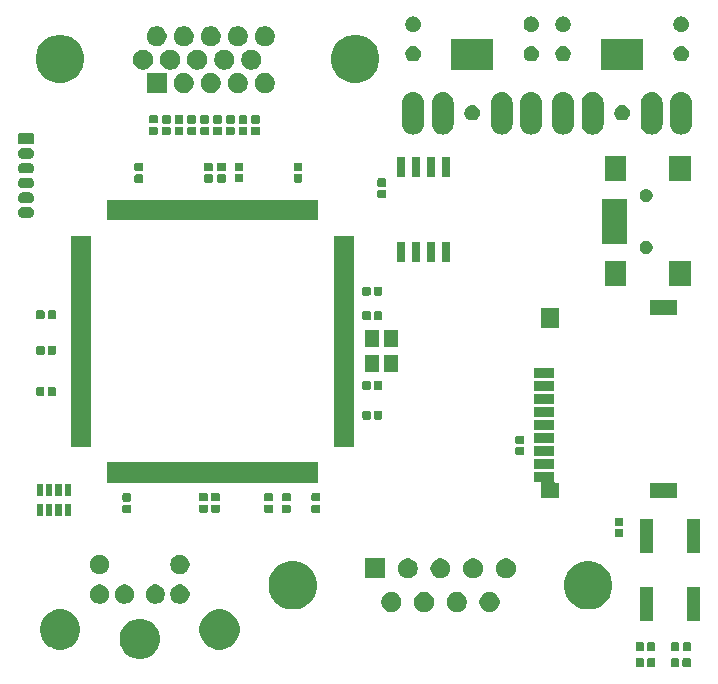
<source format=gbr>
G04 #@! TF.GenerationSoftware,KiCad,Pcbnew,5.1.1-8be2ce7~80~ubuntu18.10.1*
G04 #@! TF.CreationDate,2019-06-22T16:49:51+02:00*
G04 #@! TF.ProjectId,Spartan6,53706172-7461-46e3-962e-6b696361645f,rev?*
G04 #@! TF.SameCoordinates,Original*
G04 #@! TF.FileFunction,Soldermask,Top*
G04 #@! TF.FilePolarity,Negative*
%FSLAX46Y46*%
G04 Gerber Fmt 4.6, Leading zero omitted, Abs format (unit mm)*
G04 Created by KiCad (PCBNEW 5.1.1-8be2ce7~80~ubuntu18.10.1) date 2019-06-22 16:49:51*
%MOMM*%
%LPD*%
G04 APERTURE LIST*
%ADD10C,0.100000*%
G04 APERTURE END LIST*
D10*
G36*
X89240638Y-92102916D02*
G01*
X89261257Y-92109171D01*
X89280253Y-92119324D01*
X89296908Y-92132992D01*
X89310576Y-92149647D01*
X89320729Y-92168643D01*
X89326984Y-92189262D01*
X89329700Y-92216840D01*
X89329700Y-92725560D01*
X89326984Y-92753138D01*
X89320729Y-92773757D01*
X89310576Y-92792753D01*
X89296908Y-92809408D01*
X89280253Y-92823076D01*
X89261257Y-92833229D01*
X89240638Y-92839484D01*
X89213060Y-92842200D01*
X88754340Y-92842200D01*
X88726762Y-92839484D01*
X88706143Y-92833229D01*
X88687147Y-92823076D01*
X88670492Y-92809408D01*
X88656824Y-92792753D01*
X88646671Y-92773757D01*
X88640416Y-92753138D01*
X88637700Y-92725560D01*
X88637700Y-92216840D01*
X88640416Y-92189262D01*
X88646671Y-92168643D01*
X88656824Y-92149647D01*
X88670492Y-92132992D01*
X88687147Y-92119324D01*
X88706143Y-92109171D01*
X88726762Y-92102916D01*
X88754340Y-92100200D01*
X89213060Y-92100200D01*
X89240638Y-92102916D01*
X89240638Y-92102916D01*
G37*
G36*
X88270638Y-92102916D02*
G01*
X88291257Y-92109171D01*
X88310253Y-92119324D01*
X88326908Y-92132992D01*
X88340576Y-92149647D01*
X88350729Y-92168643D01*
X88356984Y-92189262D01*
X88359700Y-92216840D01*
X88359700Y-92725560D01*
X88356984Y-92753138D01*
X88350729Y-92773757D01*
X88340576Y-92792753D01*
X88326908Y-92809408D01*
X88310253Y-92823076D01*
X88291257Y-92833229D01*
X88270638Y-92839484D01*
X88243060Y-92842200D01*
X87784340Y-92842200D01*
X87756762Y-92839484D01*
X87736143Y-92833229D01*
X87717147Y-92823076D01*
X87700492Y-92809408D01*
X87686824Y-92792753D01*
X87676671Y-92773757D01*
X87670416Y-92753138D01*
X87667700Y-92725560D01*
X87667700Y-92216840D01*
X87670416Y-92189262D01*
X87676671Y-92168643D01*
X87686824Y-92149647D01*
X87700492Y-92132992D01*
X87717147Y-92119324D01*
X87736143Y-92109171D01*
X87756762Y-92102916D01*
X87784340Y-92100200D01*
X88243060Y-92100200D01*
X88270638Y-92102916D01*
X88270638Y-92102916D01*
G37*
G36*
X85286138Y-92087716D02*
G01*
X85306757Y-92093971D01*
X85325753Y-92104124D01*
X85342408Y-92117792D01*
X85356076Y-92134447D01*
X85366229Y-92153443D01*
X85372484Y-92174062D01*
X85375200Y-92201640D01*
X85375200Y-92710360D01*
X85372484Y-92737938D01*
X85366229Y-92758557D01*
X85356076Y-92777553D01*
X85342408Y-92794208D01*
X85325753Y-92807876D01*
X85306757Y-92818029D01*
X85286138Y-92824284D01*
X85258560Y-92827000D01*
X84799840Y-92827000D01*
X84772262Y-92824284D01*
X84751643Y-92818029D01*
X84732647Y-92807876D01*
X84715992Y-92794208D01*
X84702324Y-92777553D01*
X84692171Y-92758557D01*
X84685916Y-92737938D01*
X84683200Y-92710360D01*
X84683200Y-92201640D01*
X84685916Y-92174062D01*
X84692171Y-92153443D01*
X84702324Y-92134447D01*
X84715992Y-92117792D01*
X84732647Y-92104124D01*
X84751643Y-92093971D01*
X84772262Y-92087716D01*
X84799840Y-92085000D01*
X85258560Y-92085000D01*
X85286138Y-92087716D01*
X85286138Y-92087716D01*
G37*
G36*
X86256138Y-92087716D02*
G01*
X86276757Y-92093971D01*
X86295753Y-92104124D01*
X86312408Y-92117792D01*
X86326076Y-92134447D01*
X86336229Y-92153443D01*
X86342484Y-92174062D01*
X86345200Y-92201640D01*
X86345200Y-92710360D01*
X86342484Y-92737938D01*
X86336229Y-92758557D01*
X86326076Y-92777553D01*
X86312408Y-92794208D01*
X86295753Y-92807876D01*
X86276757Y-92818029D01*
X86256138Y-92824284D01*
X86228560Y-92827000D01*
X85769840Y-92827000D01*
X85742262Y-92824284D01*
X85721643Y-92818029D01*
X85702647Y-92807876D01*
X85685992Y-92794208D01*
X85672324Y-92777553D01*
X85662171Y-92758557D01*
X85655916Y-92737938D01*
X85653200Y-92710360D01*
X85653200Y-92201640D01*
X85655916Y-92174062D01*
X85662171Y-92153443D01*
X85672324Y-92134447D01*
X85685992Y-92117792D01*
X85702647Y-92104124D01*
X85721643Y-92093971D01*
X85742262Y-92087716D01*
X85769840Y-92085000D01*
X86228560Y-92085000D01*
X86256138Y-92087716D01*
X86256138Y-92087716D01*
G37*
G36*
X43183362Y-88822968D02*
G01*
X43492924Y-88951193D01*
X43492925Y-88951194D01*
X43771524Y-89137347D01*
X44008453Y-89374276D01*
X44086489Y-89491066D01*
X44194607Y-89652876D01*
X44322832Y-89962438D01*
X44388200Y-90291065D01*
X44388200Y-90626135D01*
X44322832Y-90954762D01*
X44194607Y-91264324D01*
X44194606Y-91264325D01*
X44008453Y-91542924D01*
X43771524Y-91779853D01*
X43585370Y-91904237D01*
X43492924Y-91966007D01*
X43183362Y-92094232D01*
X42854735Y-92159600D01*
X42519665Y-92159600D01*
X42191038Y-92094232D01*
X41881476Y-91966007D01*
X41789030Y-91904237D01*
X41602876Y-91779853D01*
X41365947Y-91542924D01*
X41179794Y-91264325D01*
X41179793Y-91264324D01*
X41051568Y-90954762D01*
X40986200Y-90626135D01*
X40986200Y-90291065D01*
X41051568Y-89962438D01*
X41179793Y-89652876D01*
X41287911Y-89491066D01*
X41365947Y-89374276D01*
X41602876Y-89137347D01*
X41881475Y-88951194D01*
X41881476Y-88951193D01*
X42191038Y-88822968D01*
X42519665Y-88757600D01*
X42854735Y-88757600D01*
X43183362Y-88822968D01*
X43183362Y-88822968D01*
G37*
G36*
X89243138Y-90754216D02*
G01*
X89263757Y-90760471D01*
X89282753Y-90770624D01*
X89299408Y-90784292D01*
X89313076Y-90800947D01*
X89323229Y-90819943D01*
X89329484Y-90840562D01*
X89332200Y-90868140D01*
X89332200Y-91376860D01*
X89329484Y-91404438D01*
X89323229Y-91425057D01*
X89313076Y-91444053D01*
X89299408Y-91460708D01*
X89282753Y-91474376D01*
X89263757Y-91484529D01*
X89243138Y-91490784D01*
X89215560Y-91493500D01*
X88756840Y-91493500D01*
X88729262Y-91490784D01*
X88708643Y-91484529D01*
X88689647Y-91474376D01*
X88672992Y-91460708D01*
X88659324Y-91444053D01*
X88649171Y-91425057D01*
X88642916Y-91404438D01*
X88640200Y-91376860D01*
X88640200Y-90868140D01*
X88642916Y-90840562D01*
X88649171Y-90819943D01*
X88659324Y-90800947D01*
X88672992Y-90784292D01*
X88689647Y-90770624D01*
X88708643Y-90760471D01*
X88729262Y-90754216D01*
X88756840Y-90751500D01*
X89215560Y-90751500D01*
X89243138Y-90754216D01*
X89243138Y-90754216D01*
G37*
G36*
X88273138Y-90754216D02*
G01*
X88293757Y-90760471D01*
X88312753Y-90770624D01*
X88329408Y-90784292D01*
X88343076Y-90800947D01*
X88353229Y-90819943D01*
X88359484Y-90840562D01*
X88362200Y-90868140D01*
X88362200Y-91376860D01*
X88359484Y-91404438D01*
X88353229Y-91425057D01*
X88343076Y-91444053D01*
X88329408Y-91460708D01*
X88312753Y-91474376D01*
X88293757Y-91484529D01*
X88273138Y-91490784D01*
X88245560Y-91493500D01*
X87786840Y-91493500D01*
X87759262Y-91490784D01*
X87738643Y-91484529D01*
X87719647Y-91474376D01*
X87702992Y-91460708D01*
X87689324Y-91444053D01*
X87679171Y-91425057D01*
X87672916Y-91404438D01*
X87670200Y-91376860D01*
X87670200Y-90868140D01*
X87672916Y-90840562D01*
X87679171Y-90819943D01*
X87689324Y-90800947D01*
X87702992Y-90784292D01*
X87719647Y-90770624D01*
X87738643Y-90760471D01*
X87759262Y-90754216D01*
X87786840Y-90751500D01*
X88245560Y-90751500D01*
X88273138Y-90754216D01*
X88273138Y-90754216D01*
G37*
G36*
X86248538Y-90749116D02*
G01*
X86269157Y-90755371D01*
X86288153Y-90765524D01*
X86304808Y-90779192D01*
X86318476Y-90795847D01*
X86328629Y-90814843D01*
X86334884Y-90835462D01*
X86337600Y-90863040D01*
X86337600Y-91371760D01*
X86334884Y-91399338D01*
X86328629Y-91419957D01*
X86318476Y-91438953D01*
X86304808Y-91455608D01*
X86288153Y-91469276D01*
X86269157Y-91479429D01*
X86248538Y-91485684D01*
X86220960Y-91488400D01*
X85762240Y-91488400D01*
X85734662Y-91485684D01*
X85714043Y-91479429D01*
X85695047Y-91469276D01*
X85678392Y-91455608D01*
X85664724Y-91438953D01*
X85654571Y-91419957D01*
X85648316Y-91399338D01*
X85645600Y-91371760D01*
X85645600Y-90863040D01*
X85648316Y-90835462D01*
X85654571Y-90814843D01*
X85664724Y-90795847D01*
X85678392Y-90779192D01*
X85695047Y-90765524D01*
X85714043Y-90755371D01*
X85734662Y-90749116D01*
X85762240Y-90746400D01*
X86220960Y-90746400D01*
X86248538Y-90749116D01*
X86248538Y-90749116D01*
G37*
G36*
X85278538Y-90749116D02*
G01*
X85299157Y-90755371D01*
X85318153Y-90765524D01*
X85334808Y-90779192D01*
X85348476Y-90795847D01*
X85358629Y-90814843D01*
X85364884Y-90835462D01*
X85367600Y-90863040D01*
X85367600Y-91371760D01*
X85364884Y-91399338D01*
X85358629Y-91419957D01*
X85348476Y-91438953D01*
X85334808Y-91455608D01*
X85318153Y-91469276D01*
X85299157Y-91479429D01*
X85278538Y-91485684D01*
X85250960Y-91488400D01*
X84792240Y-91488400D01*
X84764662Y-91485684D01*
X84744043Y-91479429D01*
X84725047Y-91469276D01*
X84708392Y-91455608D01*
X84694724Y-91438953D01*
X84684571Y-91419957D01*
X84678316Y-91399338D01*
X84675600Y-91371760D01*
X84675600Y-90863040D01*
X84678316Y-90835462D01*
X84684571Y-90814843D01*
X84694724Y-90795847D01*
X84708392Y-90779192D01*
X84725047Y-90765524D01*
X84744043Y-90755371D01*
X84764662Y-90749116D01*
X84792240Y-90746400D01*
X85250960Y-90746400D01*
X85278538Y-90749116D01*
X85278538Y-90749116D01*
G37*
G36*
X36433362Y-88022968D02*
G01*
X36742924Y-88151193D01*
X36742925Y-88151194D01*
X37021524Y-88337347D01*
X37258453Y-88574276D01*
X37380946Y-88757600D01*
X37444607Y-88852876D01*
X37572832Y-89162438D01*
X37638200Y-89491065D01*
X37638200Y-89826135D01*
X37572832Y-90154762D01*
X37444607Y-90464324D01*
X37444606Y-90464325D01*
X37258453Y-90742924D01*
X37021524Y-90979853D01*
X36835370Y-91104237D01*
X36742924Y-91166007D01*
X36433362Y-91294232D01*
X36104735Y-91359600D01*
X35769665Y-91359600D01*
X35441038Y-91294232D01*
X35131476Y-91166007D01*
X35039030Y-91104237D01*
X34852876Y-90979853D01*
X34615947Y-90742924D01*
X34429794Y-90464325D01*
X34429793Y-90464324D01*
X34301568Y-90154762D01*
X34236200Y-89826135D01*
X34236200Y-89491065D01*
X34301568Y-89162438D01*
X34429793Y-88852876D01*
X34493454Y-88757600D01*
X34615947Y-88574276D01*
X34852876Y-88337347D01*
X35131475Y-88151194D01*
X35131476Y-88151193D01*
X35441038Y-88022968D01*
X35769665Y-87957600D01*
X36104735Y-87957600D01*
X36433362Y-88022968D01*
X36433362Y-88022968D01*
G37*
G36*
X49933362Y-88022968D02*
G01*
X50242924Y-88151193D01*
X50242925Y-88151194D01*
X50521524Y-88337347D01*
X50758453Y-88574276D01*
X50880946Y-88757600D01*
X50944607Y-88852876D01*
X51072832Y-89162438D01*
X51138200Y-89491065D01*
X51138200Y-89826135D01*
X51072832Y-90154762D01*
X50944607Y-90464324D01*
X50944606Y-90464325D01*
X50758453Y-90742924D01*
X50521524Y-90979853D01*
X50335370Y-91104237D01*
X50242924Y-91166007D01*
X49933362Y-91294232D01*
X49604735Y-91359600D01*
X49269665Y-91359600D01*
X48941038Y-91294232D01*
X48631476Y-91166007D01*
X48539030Y-91104237D01*
X48352876Y-90979853D01*
X48115947Y-90742924D01*
X47929794Y-90464325D01*
X47929793Y-90464324D01*
X47801568Y-90154762D01*
X47736200Y-89826135D01*
X47736200Y-89491065D01*
X47801568Y-89162438D01*
X47929793Y-88852876D01*
X47993454Y-88757600D01*
X48115947Y-88574276D01*
X48352876Y-88337347D01*
X48631475Y-88151194D01*
X48631476Y-88151193D01*
X48941038Y-88022968D01*
X49269665Y-87957600D01*
X49604735Y-87957600D01*
X49933362Y-88022968D01*
X49933362Y-88022968D01*
G37*
G36*
X86125100Y-88926100D02*
G01*
X85023100Y-88926100D01*
X85023100Y-86074100D01*
X86125100Y-86074100D01*
X86125100Y-88926100D01*
X86125100Y-88926100D01*
G37*
G36*
X90125100Y-88926100D02*
G01*
X89023100Y-88926100D01*
X89023100Y-86074100D01*
X90125100Y-86074100D01*
X90125100Y-88926100D01*
X90125100Y-88926100D01*
G37*
G36*
X64236628Y-86509703D02*
G01*
X64391500Y-86573853D01*
X64530881Y-86666985D01*
X64649415Y-86785519D01*
X64742547Y-86924900D01*
X64806697Y-87079772D01*
X64839400Y-87244184D01*
X64839400Y-87411816D01*
X64806697Y-87576228D01*
X64742547Y-87731100D01*
X64649415Y-87870481D01*
X64530881Y-87989015D01*
X64391500Y-88082147D01*
X64236628Y-88146297D01*
X64072216Y-88179000D01*
X63904584Y-88179000D01*
X63740172Y-88146297D01*
X63585300Y-88082147D01*
X63445919Y-87989015D01*
X63327385Y-87870481D01*
X63234253Y-87731100D01*
X63170103Y-87576228D01*
X63137400Y-87411816D01*
X63137400Y-87244184D01*
X63170103Y-87079772D01*
X63234253Y-86924900D01*
X63327385Y-86785519D01*
X63445919Y-86666985D01*
X63585300Y-86573853D01*
X63740172Y-86509703D01*
X63904584Y-86477000D01*
X64072216Y-86477000D01*
X64236628Y-86509703D01*
X64236628Y-86509703D01*
G37*
G36*
X67006628Y-86509703D02*
G01*
X67161500Y-86573853D01*
X67300881Y-86666985D01*
X67419415Y-86785519D01*
X67512547Y-86924900D01*
X67576697Y-87079772D01*
X67609400Y-87244184D01*
X67609400Y-87411816D01*
X67576697Y-87576228D01*
X67512547Y-87731100D01*
X67419415Y-87870481D01*
X67300881Y-87989015D01*
X67161500Y-88082147D01*
X67006628Y-88146297D01*
X66842216Y-88179000D01*
X66674584Y-88179000D01*
X66510172Y-88146297D01*
X66355300Y-88082147D01*
X66215919Y-87989015D01*
X66097385Y-87870481D01*
X66004253Y-87731100D01*
X65940103Y-87576228D01*
X65907400Y-87411816D01*
X65907400Y-87244184D01*
X65940103Y-87079772D01*
X66004253Y-86924900D01*
X66097385Y-86785519D01*
X66215919Y-86666985D01*
X66355300Y-86573853D01*
X66510172Y-86509703D01*
X66674584Y-86477000D01*
X66842216Y-86477000D01*
X67006628Y-86509703D01*
X67006628Y-86509703D01*
G37*
G36*
X69776628Y-86509703D02*
G01*
X69931500Y-86573853D01*
X70070881Y-86666985D01*
X70189415Y-86785519D01*
X70282547Y-86924900D01*
X70346697Y-87079772D01*
X70379400Y-87244184D01*
X70379400Y-87411816D01*
X70346697Y-87576228D01*
X70282547Y-87731100D01*
X70189415Y-87870481D01*
X70070881Y-87989015D01*
X69931500Y-88082147D01*
X69776628Y-88146297D01*
X69612216Y-88179000D01*
X69444584Y-88179000D01*
X69280172Y-88146297D01*
X69125300Y-88082147D01*
X68985919Y-87989015D01*
X68867385Y-87870481D01*
X68774253Y-87731100D01*
X68710103Y-87576228D01*
X68677400Y-87411816D01*
X68677400Y-87244184D01*
X68710103Y-87079772D01*
X68774253Y-86924900D01*
X68867385Y-86785519D01*
X68985919Y-86666985D01*
X69125300Y-86573853D01*
X69280172Y-86509703D01*
X69444584Y-86477000D01*
X69612216Y-86477000D01*
X69776628Y-86509703D01*
X69776628Y-86509703D01*
G37*
G36*
X72546628Y-86509703D02*
G01*
X72701500Y-86573853D01*
X72840881Y-86666985D01*
X72959415Y-86785519D01*
X73052547Y-86924900D01*
X73116697Y-87079772D01*
X73149400Y-87244184D01*
X73149400Y-87411816D01*
X73116697Y-87576228D01*
X73052547Y-87731100D01*
X72959415Y-87870481D01*
X72840881Y-87989015D01*
X72701500Y-88082147D01*
X72546628Y-88146297D01*
X72382216Y-88179000D01*
X72214584Y-88179000D01*
X72050172Y-88146297D01*
X71895300Y-88082147D01*
X71755919Y-87989015D01*
X71637385Y-87870481D01*
X71544253Y-87731100D01*
X71480103Y-87576228D01*
X71447400Y-87411816D01*
X71447400Y-87244184D01*
X71480103Y-87079772D01*
X71544253Y-86924900D01*
X71637385Y-86785519D01*
X71755919Y-86666985D01*
X71895300Y-86573853D01*
X72050172Y-86509703D01*
X72214584Y-86477000D01*
X72382216Y-86477000D01*
X72546628Y-86509703D01*
X72546628Y-86509703D01*
G37*
G36*
X56241654Y-83935818D02*
G01*
X56601570Y-84084900D01*
X56614913Y-84090427D01*
X56950836Y-84314884D01*
X57236516Y-84600564D01*
X57327165Y-84736229D01*
X57460974Y-84936489D01*
X57615582Y-85309746D01*
X57694400Y-85705993D01*
X57694400Y-86110007D01*
X57615582Y-86506254D01*
X57499906Y-86785520D01*
X57460973Y-86879513D01*
X57236516Y-87215436D01*
X56950836Y-87501116D01*
X56614913Y-87725573D01*
X56614912Y-87725574D01*
X56614911Y-87725574D01*
X56241654Y-87880182D01*
X55845407Y-87959000D01*
X55441393Y-87959000D01*
X55045146Y-87880182D01*
X54671889Y-87725574D01*
X54671888Y-87725574D01*
X54671887Y-87725573D01*
X54335964Y-87501116D01*
X54050284Y-87215436D01*
X53825827Y-86879513D01*
X53786894Y-86785520D01*
X53671218Y-86506254D01*
X53592400Y-86110007D01*
X53592400Y-85705993D01*
X53671218Y-85309746D01*
X53825826Y-84936489D01*
X53959636Y-84736229D01*
X54050284Y-84600564D01*
X54335964Y-84314884D01*
X54671887Y-84090427D01*
X54685230Y-84084900D01*
X55045146Y-83935818D01*
X55441393Y-83857000D01*
X55845407Y-83857000D01*
X56241654Y-83935818D01*
X56241654Y-83935818D01*
G37*
G36*
X81241654Y-83935818D02*
G01*
X81601570Y-84084900D01*
X81614913Y-84090427D01*
X81950836Y-84314884D01*
X82236516Y-84600564D01*
X82327165Y-84736229D01*
X82460974Y-84936489D01*
X82615582Y-85309746D01*
X82694400Y-85705993D01*
X82694400Y-86110007D01*
X82615582Y-86506254D01*
X82499906Y-86785520D01*
X82460973Y-86879513D01*
X82236516Y-87215436D01*
X81950836Y-87501116D01*
X81614913Y-87725573D01*
X81614912Y-87725574D01*
X81614911Y-87725574D01*
X81241654Y-87880182D01*
X80845407Y-87959000D01*
X80441393Y-87959000D01*
X80045146Y-87880182D01*
X79671889Y-87725574D01*
X79671888Y-87725574D01*
X79671887Y-87725573D01*
X79335964Y-87501116D01*
X79050284Y-87215436D01*
X78825827Y-86879513D01*
X78786894Y-86785520D01*
X78671218Y-86506254D01*
X78592400Y-86110007D01*
X78592400Y-85705993D01*
X78671218Y-85309746D01*
X78825826Y-84936489D01*
X78959636Y-84736229D01*
X79050284Y-84600564D01*
X79335964Y-84314884D01*
X79671887Y-84090427D01*
X79685230Y-84084900D01*
X80045146Y-83935818D01*
X80441393Y-83857000D01*
X80845407Y-83857000D01*
X81241654Y-83935818D01*
X81241654Y-83935818D01*
G37*
G36*
X41624342Y-85876842D02*
G01*
X41772301Y-85938129D01*
X41905455Y-86027099D01*
X42018701Y-86140345D01*
X42107671Y-86273499D01*
X42168958Y-86421458D01*
X42200200Y-86578525D01*
X42200200Y-86738675D01*
X42168958Y-86895742D01*
X42107671Y-87043701D01*
X42018701Y-87176855D01*
X41905455Y-87290101D01*
X41772301Y-87379071D01*
X41624342Y-87440358D01*
X41467275Y-87471600D01*
X41307125Y-87471600D01*
X41150058Y-87440358D01*
X41002099Y-87379071D01*
X40868945Y-87290101D01*
X40755699Y-87176855D01*
X40666729Y-87043701D01*
X40605442Y-86895742D01*
X40574200Y-86738675D01*
X40574200Y-86578525D01*
X40605442Y-86421458D01*
X40666729Y-86273499D01*
X40755699Y-86140345D01*
X40868945Y-86027099D01*
X41002099Y-85938129D01*
X41150058Y-85876842D01*
X41307125Y-85845600D01*
X41467275Y-85845600D01*
X41624342Y-85876842D01*
X41624342Y-85876842D01*
G37*
G36*
X39524342Y-85876842D02*
G01*
X39672301Y-85938129D01*
X39805455Y-86027099D01*
X39918701Y-86140345D01*
X40007671Y-86273499D01*
X40068958Y-86421458D01*
X40100200Y-86578525D01*
X40100200Y-86738675D01*
X40068958Y-86895742D01*
X40007671Y-87043701D01*
X39918701Y-87176855D01*
X39805455Y-87290101D01*
X39672301Y-87379071D01*
X39524342Y-87440358D01*
X39367275Y-87471600D01*
X39207125Y-87471600D01*
X39050058Y-87440358D01*
X38902099Y-87379071D01*
X38768945Y-87290101D01*
X38655699Y-87176855D01*
X38566729Y-87043701D01*
X38505442Y-86895742D01*
X38474200Y-86738675D01*
X38474200Y-86578525D01*
X38505442Y-86421458D01*
X38566729Y-86273499D01*
X38655699Y-86140345D01*
X38768945Y-86027099D01*
X38902099Y-85938129D01*
X39050058Y-85876842D01*
X39207125Y-85845600D01*
X39367275Y-85845600D01*
X39524342Y-85876842D01*
X39524342Y-85876842D01*
G37*
G36*
X44224342Y-85876842D02*
G01*
X44372301Y-85938129D01*
X44505455Y-86027099D01*
X44618701Y-86140345D01*
X44707671Y-86273499D01*
X44768958Y-86421458D01*
X44800200Y-86578525D01*
X44800200Y-86738675D01*
X44768958Y-86895742D01*
X44707671Y-87043701D01*
X44618701Y-87176855D01*
X44505455Y-87290101D01*
X44372301Y-87379071D01*
X44224342Y-87440358D01*
X44067275Y-87471600D01*
X43907125Y-87471600D01*
X43750058Y-87440358D01*
X43602099Y-87379071D01*
X43468945Y-87290101D01*
X43355699Y-87176855D01*
X43266729Y-87043701D01*
X43205442Y-86895742D01*
X43174200Y-86738675D01*
X43174200Y-86578525D01*
X43205442Y-86421458D01*
X43266729Y-86273499D01*
X43355699Y-86140345D01*
X43468945Y-86027099D01*
X43602099Y-85938129D01*
X43750058Y-85876842D01*
X43907125Y-85845600D01*
X44067275Y-85845600D01*
X44224342Y-85876842D01*
X44224342Y-85876842D01*
G37*
G36*
X46324342Y-85876842D02*
G01*
X46472301Y-85938129D01*
X46605455Y-86027099D01*
X46718701Y-86140345D01*
X46807671Y-86273499D01*
X46868958Y-86421458D01*
X46900200Y-86578525D01*
X46900200Y-86738675D01*
X46868958Y-86895742D01*
X46807671Y-87043701D01*
X46718701Y-87176855D01*
X46605455Y-87290101D01*
X46472301Y-87379071D01*
X46324342Y-87440358D01*
X46167275Y-87471600D01*
X46007125Y-87471600D01*
X45850058Y-87440358D01*
X45702099Y-87379071D01*
X45568945Y-87290101D01*
X45455699Y-87176855D01*
X45366729Y-87043701D01*
X45305442Y-86895742D01*
X45274200Y-86738675D01*
X45274200Y-86578525D01*
X45305442Y-86421458D01*
X45366729Y-86273499D01*
X45455699Y-86140345D01*
X45568945Y-86027099D01*
X45702099Y-85938129D01*
X45850058Y-85876842D01*
X46007125Y-85845600D01*
X46167275Y-85845600D01*
X46324342Y-85876842D01*
X46324342Y-85876842D01*
G37*
G36*
X63454400Y-85339000D02*
G01*
X61752400Y-85339000D01*
X61752400Y-83637000D01*
X63454400Y-83637000D01*
X63454400Y-85339000D01*
X63454400Y-85339000D01*
G37*
G36*
X68391628Y-83669703D02*
G01*
X68546500Y-83733853D01*
X68685881Y-83826985D01*
X68804415Y-83945519D01*
X68897547Y-84084900D01*
X68961697Y-84239772D01*
X68994400Y-84404184D01*
X68994400Y-84571816D01*
X68961697Y-84736228D01*
X68897547Y-84891100D01*
X68804415Y-85030481D01*
X68685881Y-85149015D01*
X68546500Y-85242147D01*
X68391628Y-85306297D01*
X68227216Y-85339000D01*
X68059584Y-85339000D01*
X67895172Y-85306297D01*
X67740300Y-85242147D01*
X67600919Y-85149015D01*
X67482385Y-85030481D01*
X67389253Y-84891100D01*
X67325103Y-84736228D01*
X67292400Y-84571816D01*
X67292400Y-84404184D01*
X67325103Y-84239772D01*
X67389253Y-84084900D01*
X67482385Y-83945519D01*
X67600919Y-83826985D01*
X67740300Y-83733853D01*
X67895172Y-83669703D01*
X68059584Y-83637000D01*
X68227216Y-83637000D01*
X68391628Y-83669703D01*
X68391628Y-83669703D01*
G37*
G36*
X71161628Y-83669703D02*
G01*
X71316500Y-83733853D01*
X71455881Y-83826985D01*
X71574415Y-83945519D01*
X71667547Y-84084900D01*
X71731697Y-84239772D01*
X71764400Y-84404184D01*
X71764400Y-84571816D01*
X71731697Y-84736228D01*
X71667547Y-84891100D01*
X71574415Y-85030481D01*
X71455881Y-85149015D01*
X71316500Y-85242147D01*
X71161628Y-85306297D01*
X70997216Y-85339000D01*
X70829584Y-85339000D01*
X70665172Y-85306297D01*
X70510300Y-85242147D01*
X70370919Y-85149015D01*
X70252385Y-85030481D01*
X70159253Y-84891100D01*
X70095103Y-84736228D01*
X70062400Y-84571816D01*
X70062400Y-84404184D01*
X70095103Y-84239772D01*
X70159253Y-84084900D01*
X70252385Y-83945519D01*
X70370919Y-83826985D01*
X70510300Y-83733853D01*
X70665172Y-83669703D01*
X70829584Y-83637000D01*
X70997216Y-83637000D01*
X71161628Y-83669703D01*
X71161628Y-83669703D01*
G37*
G36*
X65621628Y-83669703D02*
G01*
X65776500Y-83733853D01*
X65915881Y-83826985D01*
X66034415Y-83945519D01*
X66127547Y-84084900D01*
X66191697Y-84239772D01*
X66224400Y-84404184D01*
X66224400Y-84571816D01*
X66191697Y-84736228D01*
X66127547Y-84891100D01*
X66034415Y-85030481D01*
X65915881Y-85149015D01*
X65776500Y-85242147D01*
X65621628Y-85306297D01*
X65457216Y-85339000D01*
X65289584Y-85339000D01*
X65125172Y-85306297D01*
X64970300Y-85242147D01*
X64830919Y-85149015D01*
X64712385Y-85030481D01*
X64619253Y-84891100D01*
X64555103Y-84736228D01*
X64522400Y-84571816D01*
X64522400Y-84404184D01*
X64555103Y-84239772D01*
X64619253Y-84084900D01*
X64712385Y-83945519D01*
X64830919Y-83826985D01*
X64970300Y-83733853D01*
X65125172Y-83669703D01*
X65289584Y-83637000D01*
X65457216Y-83637000D01*
X65621628Y-83669703D01*
X65621628Y-83669703D01*
G37*
G36*
X73931628Y-83669703D02*
G01*
X74086500Y-83733853D01*
X74225881Y-83826985D01*
X74344415Y-83945519D01*
X74437547Y-84084900D01*
X74501697Y-84239772D01*
X74534400Y-84404184D01*
X74534400Y-84571816D01*
X74501697Y-84736228D01*
X74437547Y-84891100D01*
X74344415Y-85030481D01*
X74225881Y-85149015D01*
X74086500Y-85242147D01*
X73931628Y-85306297D01*
X73767216Y-85339000D01*
X73599584Y-85339000D01*
X73435172Y-85306297D01*
X73280300Y-85242147D01*
X73140919Y-85149015D01*
X73022385Y-85030481D01*
X72929253Y-84891100D01*
X72865103Y-84736228D01*
X72832400Y-84571816D01*
X72832400Y-84404184D01*
X72865103Y-84239772D01*
X72929253Y-84084900D01*
X73022385Y-83945519D01*
X73140919Y-83826985D01*
X73280300Y-83733853D01*
X73435172Y-83669703D01*
X73599584Y-83637000D01*
X73767216Y-83637000D01*
X73931628Y-83669703D01*
X73931628Y-83669703D01*
G37*
G36*
X46324342Y-83376842D02*
G01*
X46472301Y-83438129D01*
X46605455Y-83527099D01*
X46718701Y-83640345D01*
X46807671Y-83773499D01*
X46868958Y-83921458D01*
X46900200Y-84078525D01*
X46900200Y-84238675D01*
X46868958Y-84395742D01*
X46807671Y-84543701D01*
X46718701Y-84676855D01*
X46605455Y-84790101D01*
X46472301Y-84879071D01*
X46324342Y-84940358D01*
X46167275Y-84971600D01*
X46007125Y-84971600D01*
X45850058Y-84940358D01*
X45702099Y-84879071D01*
X45568945Y-84790101D01*
X45455699Y-84676855D01*
X45366729Y-84543701D01*
X45305442Y-84395742D01*
X45274200Y-84238675D01*
X45274200Y-84078525D01*
X45305442Y-83921458D01*
X45366729Y-83773499D01*
X45455699Y-83640345D01*
X45568945Y-83527099D01*
X45702099Y-83438129D01*
X45850058Y-83376842D01*
X46007125Y-83345600D01*
X46167275Y-83345600D01*
X46324342Y-83376842D01*
X46324342Y-83376842D01*
G37*
G36*
X39524342Y-83376842D02*
G01*
X39672301Y-83438129D01*
X39805455Y-83527099D01*
X39918701Y-83640345D01*
X40007671Y-83773499D01*
X40068958Y-83921458D01*
X40100200Y-84078525D01*
X40100200Y-84238675D01*
X40068958Y-84395742D01*
X40007671Y-84543701D01*
X39918701Y-84676855D01*
X39805455Y-84790101D01*
X39672301Y-84879071D01*
X39524342Y-84940358D01*
X39367275Y-84971600D01*
X39207125Y-84971600D01*
X39050058Y-84940358D01*
X38902099Y-84879071D01*
X38768945Y-84790101D01*
X38655699Y-84676855D01*
X38566729Y-84543701D01*
X38505442Y-84395742D01*
X38474200Y-84238675D01*
X38474200Y-84078525D01*
X38505442Y-83921458D01*
X38566729Y-83773499D01*
X38655699Y-83640345D01*
X38768945Y-83527099D01*
X38902099Y-83438129D01*
X39050058Y-83376842D01*
X39207125Y-83345600D01*
X39367275Y-83345600D01*
X39524342Y-83376842D01*
X39524342Y-83376842D01*
G37*
G36*
X90125100Y-83166100D02*
G01*
X89023100Y-83166100D01*
X89023100Y-80314100D01*
X90125100Y-80314100D01*
X90125100Y-83166100D01*
X90125100Y-83166100D01*
G37*
G36*
X86125100Y-83166100D02*
G01*
X85023100Y-83166100D01*
X85023100Y-80314100D01*
X86125100Y-80314100D01*
X86125100Y-83166100D01*
X86125100Y-83166100D01*
G37*
G36*
X83543138Y-81160116D02*
G01*
X83563757Y-81166371D01*
X83582753Y-81176524D01*
X83599408Y-81190192D01*
X83613076Y-81206847D01*
X83623229Y-81225843D01*
X83629484Y-81246462D01*
X83632200Y-81274040D01*
X83632200Y-81732760D01*
X83629484Y-81760338D01*
X83623229Y-81780957D01*
X83613076Y-81799953D01*
X83599408Y-81816608D01*
X83582753Y-81830276D01*
X83563757Y-81840429D01*
X83543138Y-81846684D01*
X83515560Y-81849400D01*
X83006840Y-81849400D01*
X82979262Y-81846684D01*
X82958643Y-81840429D01*
X82939647Y-81830276D01*
X82922992Y-81816608D01*
X82909324Y-81799953D01*
X82899171Y-81780957D01*
X82892916Y-81760338D01*
X82890200Y-81732760D01*
X82890200Y-81274040D01*
X82892916Y-81246462D01*
X82899171Y-81225843D01*
X82909324Y-81206847D01*
X82922992Y-81190192D01*
X82939647Y-81176524D01*
X82958643Y-81166371D01*
X82979262Y-81160116D01*
X83006840Y-81157400D01*
X83515560Y-81157400D01*
X83543138Y-81160116D01*
X83543138Y-81160116D01*
G37*
G36*
X83543138Y-80190116D02*
G01*
X83563757Y-80196371D01*
X83582753Y-80206524D01*
X83599408Y-80220192D01*
X83613076Y-80236847D01*
X83623229Y-80255843D01*
X83629484Y-80276462D01*
X83632200Y-80304040D01*
X83632200Y-80762760D01*
X83629484Y-80790338D01*
X83623229Y-80810957D01*
X83613076Y-80829953D01*
X83599408Y-80846608D01*
X83582753Y-80860276D01*
X83563757Y-80870429D01*
X83543138Y-80876684D01*
X83515560Y-80879400D01*
X83006840Y-80879400D01*
X82979262Y-80876684D01*
X82958643Y-80870429D01*
X82939647Y-80860276D01*
X82922992Y-80846608D01*
X82909324Y-80829953D01*
X82899171Y-80810957D01*
X82892916Y-80790338D01*
X82890200Y-80762760D01*
X82890200Y-80304040D01*
X82892916Y-80276462D01*
X82899171Y-80255843D01*
X82909324Y-80236847D01*
X82922992Y-80220192D01*
X82939647Y-80206524D01*
X82958643Y-80196371D01*
X82979262Y-80190116D01*
X83006840Y-80187400D01*
X83515560Y-80187400D01*
X83543138Y-80190116D01*
X83543138Y-80190116D01*
G37*
G36*
X36877600Y-80015700D02*
G01*
X36350600Y-80015700D01*
X36350600Y-79013700D01*
X36877600Y-79013700D01*
X36877600Y-80015700D01*
X36877600Y-80015700D01*
G37*
G36*
X35277600Y-80015700D02*
G01*
X34750600Y-80015700D01*
X34750600Y-79013700D01*
X35277600Y-79013700D01*
X35277600Y-80015700D01*
X35277600Y-80015700D01*
G37*
G36*
X34477600Y-80015700D02*
G01*
X33950600Y-80015700D01*
X33950600Y-79013700D01*
X34477600Y-79013700D01*
X34477600Y-80015700D01*
X34477600Y-80015700D01*
G37*
G36*
X36077600Y-80015700D02*
G01*
X35550600Y-80015700D01*
X35550600Y-79013700D01*
X36077600Y-79013700D01*
X36077600Y-80015700D01*
X36077600Y-80015700D01*
G37*
G36*
X41876938Y-79105316D02*
G01*
X41897557Y-79111571D01*
X41916553Y-79121724D01*
X41933208Y-79135392D01*
X41946876Y-79152047D01*
X41957029Y-79171043D01*
X41963284Y-79191662D01*
X41966000Y-79219240D01*
X41966000Y-79677960D01*
X41963284Y-79705538D01*
X41957029Y-79726157D01*
X41946876Y-79745153D01*
X41933208Y-79761808D01*
X41916553Y-79775476D01*
X41897557Y-79785629D01*
X41876938Y-79791884D01*
X41849360Y-79794600D01*
X41340640Y-79794600D01*
X41313062Y-79791884D01*
X41292443Y-79785629D01*
X41273447Y-79775476D01*
X41256792Y-79761808D01*
X41243124Y-79745153D01*
X41232971Y-79726157D01*
X41226716Y-79705538D01*
X41224000Y-79677960D01*
X41224000Y-79219240D01*
X41226716Y-79191662D01*
X41232971Y-79171043D01*
X41243124Y-79152047D01*
X41256792Y-79135392D01*
X41273447Y-79121724D01*
X41292443Y-79111571D01*
X41313062Y-79105316D01*
X41340640Y-79102600D01*
X41849360Y-79102600D01*
X41876938Y-79105316D01*
X41876938Y-79105316D01*
G37*
G36*
X55379638Y-79100216D02*
G01*
X55400257Y-79106471D01*
X55419253Y-79116624D01*
X55435908Y-79130292D01*
X55449576Y-79146947D01*
X55459729Y-79165943D01*
X55465984Y-79186562D01*
X55468700Y-79214140D01*
X55468700Y-79672860D01*
X55465984Y-79700438D01*
X55459729Y-79721057D01*
X55449576Y-79740053D01*
X55435908Y-79756708D01*
X55419253Y-79770376D01*
X55400257Y-79780529D01*
X55379638Y-79786784D01*
X55352060Y-79789500D01*
X54843340Y-79789500D01*
X54815762Y-79786784D01*
X54795143Y-79780529D01*
X54776147Y-79770376D01*
X54759492Y-79756708D01*
X54745824Y-79740053D01*
X54735671Y-79721057D01*
X54729416Y-79700438D01*
X54726700Y-79672860D01*
X54726700Y-79214140D01*
X54729416Y-79186562D01*
X54735671Y-79165943D01*
X54745824Y-79146947D01*
X54759492Y-79130292D01*
X54776147Y-79116624D01*
X54795143Y-79106471D01*
X54815762Y-79100216D01*
X54843340Y-79097500D01*
X55352060Y-79097500D01*
X55379638Y-79100216D01*
X55379638Y-79100216D01*
G37*
G36*
X57878938Y-79095116D02*
G01*
X57899557Y-79101371D01*
X57918553Y-79111524D01*
X57935208Y-79125192D01*
X57948876Y-79141847D01*
X57959029Y-79160843D01*
X57965284Y-79181462D01*
X57968000Y-79209040D01*
X57968000Y-79667760D01*
X57965284Y-79695338D01*
X57959029Y-79715957D01*
X57948876Y-79734953D01*
X57935208Y-79751608D01*
X57918553Y-79765276D01*
X57899557Y-79775429D01*
X57878938Y-79781684D01*
X57851360Y-79784400D01*
X57342640Y-79784400D01*
X57315062Y-79781684D01*
X57294443Y-79775429D01*
X57275447Y-79765276D01*
X57258792Y-79751608D01*
X57245124Y-79734953D01*
X57234971Y-79715957D01*
X57228716Y-79695338D01*
X57226000Y-79667760D01*
X57226000Y-79209040D01*
X57228716Y-79181462D01*
X57234971Y-79160843D01*
X57245124Y-79141847D01*
X57258792Y-79125192D01*
X57275447Y-79111524D01*
X57294443Y-79101371D01*
X57315062Y-79095116D01*
X57342640Y-79092400D01*
X57851360Y-79092400D01*
X57878938Y-79095116D01*
X57878938Y-79095116D01*
G37*
G36*
X53870838Y-79084916D02*
G01*
X53891457Y-79091171D01*
X53910453Y-79101324D01*
X53927108Y-79114992D01*
X53940776Y-79131647D01*
X53950929Y-79150643D01*
X53957184Y-79171262D01*
X53959900Y-79198840D01*
X53959900Y-79657560D01*
X53957184Y-79685138D01*
X53950929Y-79705757D01*
X53940776Y-79724753D01*
X53927108Y-79741408D01*
X53910453Y-79755076D01*
X53891457Y-79765229D01*
X53870838Y-79771484D01*
X53843260Y-79774200D01*
X53334540Y-79774200D01*
X53306962Y-79771484D01*
X53286343Y-79765229D01*
X53267347Y-79755076D01*
X53250692Y-79741408D01*
X53237024Y-79724753D01*
X53226871Y-79705757D01*
X53220616Y-79685138D01*
X53217900Y-79657560D01*
X53217900Y-79198840D01*
X53220616Y-79171262D01*
X53226871Y-79150643D01*
X53237024Y-79131647D01*
X53250692Y-79114992D01*
X53267347Y-79101324D01*
X53286343Y-79091171D01*
X53306962Y-79084916D01*
X53334540Y-79082200D01*
X53843260Y-79082200D01*
X53870838Y-79084916D01*
X53870838Y-79084916D01*
G37*
G36*
X48364138Y-79079916D02*
G01*
X48384757Y-79086171D01*
X48403753Y-79096324D01*
X48420408Y-79109992D01*
X48434076Y-79126647D01*
X48444229Y-79145643D01*
X48450484Y-79166262D01*
X48453200Y-79193840D01*
X48453200Y-79652560D01*
X48450484Y-79680138D01*
X48444229Y-79700757D01*
X48434076Y-79719753D01*
X48420408Y-79736408D01*
X48403753Y-79750076D01*
X48384757Y-79760229D01*
X48364138Y-79766484D01*
X48336560Y-79769200D01*
X47827840Y-79769200D01*
X47800262Y-79766484D01*
X47779643Y-79760229D01*
X47760647Y-79750076D01*
X47743992Y-79736408D01*
X47730324Y-79719753D01*
X47720171Y-79700757D01*
X47713916Y-79680138D01*
X47711200Y-79652560D01*
X47711200Y-79193840D01*
X47713916Y-79166262D01*
X47720171Y-79145643D01*
X47730324Y-79126647D01*
X47743992Y-79109992D01*
X47760647Y-79096324D01*
X47779643Y-79086171D01*
X47800262Y-79079916D01*
X47827840Y-79077200D01*
X48336560Y-79077200D01*
X48364138Y-79079916D01*
X48364138Y-79079916D01*
G37*
G36*
X49375038Y-79079916D02*
G01*
X49395657Y-79086171D01*
X49414653Y-79096324D01*
X49431308Y-79109992D01*
X49444976Y-79126647D01*
X49455129Y-79145643D01*
X49461384Y-79166262D01*
X49464100Y-79193840D01*
X49464100Y-79652560D01*
X49461384Y-79680138D01*
X49455129Y-79700757D01*
X49444976Y-79719753D01*
X49431308Y-79736408D01*
X49414653Y-79750076D01*
X49395657Y-79760229D01*
X49375038Y-79766484D01*
X49347460Y-79769200D01*
X48838740Y-79769200D01*
X48811162Y-79766484D01*
X48790543Y-79760229D01*
X48771547Y-79750076D01*
X48754892Y-79736408D01*
X48741224Y-79719753D01*
X48731071Y-79700757D01*
X48724816Y-79680138D01*
X48722100Y-79652560D01*
X48722100Y-79193840D01*
X48724816Y-79166262D01*
X48731071Y-79145643D01*
X48741224Y-79126647D01*
X48754892Y-79109992D01*
X48771547Y-79096324D01*
X48790543Y-79086171D01*
X48811162Y-79079916D01*
X48838740Y-79077200D01*
X49347460Y-79077200D01*
X49375038Y-79079916D01*
X49375038Y-79079916D01*
G37*
G36*
X41876938Y-78135316D02*
G01*
X41897557Y-78141571D01*
X41916553Y-78151724D01*
X41933208Y-78165392D01*
X41946876Y-78182047D01*
X41957029Y-78201043D01*
X41963284Y-78221662D01*
X41966000Y-78249240D01*
X41966000Y-78707960D01*
X41963284Y-78735538D01*
X41957029Y-78756157D01*
X41946876Y-78775153D01*
X41933208Y-78791808D01*
X41916553Y-78805476D01*
X41897557Y-78815629D01*
X41876938Y-78821884D01*
X41849360Y-78824600D01*
X41340640Y-78824600D01*
X41313062Y-78821884D01*
X41292443Y-78815629D01*
X41273447Y-78805476D01*
X41256792Y-78791808D01*
X41243124Y-78775153D01*
X41232971Y-78756157D01*
X41226716Y-78735538D01*
X41224000Y-78707960D01*
X41224000Y-78249240D01*
X41226716Y-78221662D01*
X41232971Y-78201043D01*
X41243124Y-78182047D01*
X41256792Y-78165392D01*
X41273447Y-78151724D01*
X41292443Y-78141571D01*
X41313062Y-78135316D01*
X41340640Y-78132600D01*
X41849360Y-78132600D01*
X41876938Y-78135316D01*
X41876938Y-78135316D01*
G37*
G36*
X55379638Y-78130216D02*
G01*
X55400257Y-78136471D01*
X55419253Y-78146624D01*
X55435908Y-78160292D01*
X55449576Y-78176947D01*
X55459729Y-78195943D01*
X55465984Y-78216562D01*
X55468700Y-78244140D01*
X55468700Y-78702860D01*
X55465984Y-78730438D01*
X55459729Y-78751057D01*
X55449576Y-78770053D01*
X55435908Y-78786708D01*
X55419253Y-78800376D01*
X55400257Y-78810529D01*
X55379638Y-78816784D01*
X55352060Y-78819500D01*
X54843340Y-78819500D01*
X54815762Y-78816784D01*
X54795143Y-78810529D01*
X54776147Y-78800376D01*
X54759492Y-78786708D01*
X54745824Y-78770053D01*
X54735671Y-78751057D01*
X54729416Y-78730438D01*
X54726700Y-78702860D01*
X54726700Y-78244140D01*
X54729416Y-78216562D01*
X54735671Y-78195943D01*
X54745824Y-78176947D01*
X54759492Y-78160292D01*
X54776147Y-78146624D01*
X54795143Y-78136471D01*
X54815762Y-78130216D01*
X54843340Y-78127500D01*
X55352060Y-78127500D01*
X55379638Y-78130216D01*
X55379638Y-78130216D01*
G37*
G36*
X57878938Y-78125116D02*
G01*
X57899557Y-78131371D01*
X57918553Y-78141524D01*
X57935208Y-78155192D01*
X57948876Y-78171847D01*
X57959029Y-78190843D01*
X57965284Y-78211462D01*
X57968000Y-78239040D01*
X57968000Y-78697760D01*
X57965284Y-78725338D01*
X57959029Y-78745957D01*
X57948876Y-78764953D01*
X57935208Y-78781608D01*
X57918553Y-78795276D01*
X57899557Y-78805429D01*
X57878938Y-78811684D01*
X57851360Y-78814400D01*
X57342640Y-78814400D01*
X57315062Y-78811684D01*
X57294443Y-78805429D01*
X57275447Y-78795276D01*
X57258792Y-78781608D01*
X57245124Y-78764953D01*
X57234971Y-78745957D01*
X57228716Y-78725338D01*
X57226000Y-78697760D01*
X57226000Y-78239040D01*
X57228716Y-78211462D01*
X57234971Y-78190843D01*
X57245124Y-78171847D01*
X57258792Y-78155192D01*
X57275447Y-78141524D01*
X57294443Y-78131371D01*
X57315062Y-78125116D01*
X57342640Y-78122400D01*
X57851360Y-78122400D01*
X57878938Y-78125116D01*
X57878938Y-78125116D01*
G37*
G36*
X53870838Y-78114916D02*
G01*
X53891457Y-78121171D01*
X53910453Y-78131324D01*
X53927108Y-78144992D01*
X53940776Y-78161647D01*
X53950929Y-78180643D01*
X53957184Y-78201262D01*
X53959900Y-78228840D01*
X53959900Y-78687560D01*
X53957184Y-78715138D01*
X53950929Y-78735757D01*
X53940776Y-78754753D01*
X53927108Y-78771408D01*
X53910453Y-78785076D01*
X53891457Y-78795229D01*
X53870838Y-78801484D01*
X53843260Y-78804200D01*
X53334540Y-78804200D01*
X53306962Y-78801484D01*
X53286343Y-78795229D01*
X53267347Y-78785076D01*
X53250692Y-78771408D01*
X53237024Y-78754753D01*
X53226871Y-78735757D01*
X53220616Y-78715138D01*
X53217900Y-78687560D01*
X53217900Y-78228840D01*
X53220616Y-78201262D01*
X53226871Y-78180643D01*
X53237024Y-78161647D01*
X53250692Y-78144992D01*
X53267347Y-78131324D01*
X53286343Y-78121171D01*
X53306962Y-78114916D01*
X53334540Y-78112200D01*
X53843260Y-78112200D01*
X53870838Y-78114916D01*
X53870838Y-78114916D01*
G37*
G36*
X49375038Y-78109916D02*
G01*
X49395657Y-78116171D01*
X49414653Y-78126324D01*
X49431308Y-78139992D01*
X49444976Y-78156647D01*
X49455129Y-78175643D01*
X49461384Y-78196262D01*
X49464100Y-78223840D01*
X49464100Y-78682560D01*
X49461384Y-78710138D01*
X49455129Y-78730757D01*
X49444976Y-78749753D01*
X49431308Y-78766408D01*
X49414653Y-78780076D01*
X49395657Y-78790229D01*
X49375038Y-78796484D01*
X49347460Y-78799200D01*
X48838740Y-78799200D01*
X48811162Y-78796484D01*
X48790543Y-78790229D01*
X48771547Y-78780076D01*
X48754892Y-78766408D01*
X48741224Y-78749753D01*
X48731071Y-78730757D01*
X48724816Y-78710138D01*
X48722100Y-78682560D01*
X48722100Y-78223840D01*
X48724816Y-78196262D01*
X48731071Y-78175643D01*
X48741224Y-78156647D01*
X48754892Y-78139992D01*
X48771547Y-78126324D01*
X48790543Y-78116171D01*
X48811162Y-78109916D01*
X48838740Y-78107200D01*
X49347460Y-78107200D01*
X49375038Y-78109916D01*
X49375038Y-78109916D01*
G37*
G36*
X48364138Y-78109916D02*
G01*
X48384757Y-78116171D01*
X48403753Y-78126324D01*
X48420408Y-78139992D01*
X48434076Y-78156647D01*
X48444229Y-78175643D01*
X48450484Y-78196262D01*
X48453200Y-78223840D01*
X48453200Y-78682560D01*
X48450484Y-78710138D01*
X48444229Y-78730757D01*
X48434076Y-78749753D01*
X48420408Y-78766408D01*
X48403753Y-78780076D01*
X48384757Y-78790229D01*
X48364138Y-78796484D01*
X48336560Y-78799200D01*
X47827840Y-78799200D01*
X47800262Y-78796484D01*
X47779643Y-78790229D01*
X47760647Y-78780076D01*
X47743992Y-78766408D01*
X47730324Y-78749753D01*
X47720171Y-78730757D01*
X47713916Y-78710138D01*
X47711200Y-78682560D01*
X47711200Y-78223840D01*
X47713916Y-78196262D01*
X47720171Y-78175643D01*
X47730324Y-78156647D01*
X47743992Y-78139992D01*
X47760647Y-78126324D01*
X47779643Y-78116171D01*
X47800262Y-78109916D01*
X47827840Y-78107200D01*
X48336560Y-78107200D01*
X48364138Y-78109916D01*
X48364138Y-78109916D01*
G37*
G36*
X77795600Y-77128801D02*
G01*
X77798002Y-77153187D01*
X77805115Y-77176636D01*
X77816666Y-77198247D01*
X77832211Y-77217189D01*
X77851153Y-77232734D01*
X77872764Y-77244285D01*
X77896213Y-77251398D01*
X77920599Y-77253800D01*
X78195600Y-77253800D01*
X78195600Y-78555800D01*
X76693600Y-78555800D01*
X76693600Y-77280799D01*
X76691198Y-77256413D01*
X76684085Y-77232964D01*
X76672534Y-77211353D01*
X76656989Y-77192411D01*
X76638047Y-77176866D01*
X76616436Y-77165315D01*
X76592987Y-77158202D01*
X76568601Y-77155800D01*
X76093600Y-77155800D01*
X76093600Y-76353800D01*
X77795600Y-76353800D01*
X77795600Y-77128801D01*
X77795600Y-77128801D01*
G37*
G36*
X88195600Y-78555800D02*
G01*
X85893600Y-78555800D01*
X85893600Y-77253800D01*
X88195600Y-77253800D01*
X88195600Y-78555800D01*
X88195600Y-78555800D01*
G37*
G36*
X36877600Y-78315700D02*
G01*
X36350600Y-78315700D01*
X36350600Y-77313700D01*
X36877600Y-77313700D01*
X36877600Y-78315700D01*
X36877600Y-78315700D01*
G37*
G36*
X34477600Y-78315700D02*
G01*
X33950600Y-78315700D01*
X33950600Y-77313700D01*
X34477600Y-77313700D01*
X34477600Y-78315700D01*
X34477600Y-78315700D01*
G37*
G36*
X36077600Y-78315700D02*
G01*
X35550600Y-78315700D01*
X35550600Y-77313700D01*
X36077600Y-77313700D01*
X36077600Y-78315700D01*
X36077600Y-78315700D01*
G37*
G36*
X35277600Y-78315700D02*
G01*
X34750600Y-78315700D01*
X34750600Y-77313700D01*
X35277600Y-77313700D01*
X35277600Y-78315700D01*
X35277600Y-78315700D01*
G37*
G36*
X57795200Y-77218900D02*
G01*
X39893200Y-77218900D01*
X39893200Y-75516900D01*
X57795200Y-75516900D01*
X57795200Y-77218900D01*
X57795200Y-77218900D01*
G37*
G36*
X77795600Y-76055800D02*
G01*
X76093600Y-76055800D01*
X76093600Y-75253800D01*
X77795600Y-75253800D01*
X77795600Y-76055800D01*
X77795600Y-76055800D01*
G37*
G36*
X77795600Y-74955800D02*
G01*
X76093600Y-74955800D01*
X76093600Y-74153800D01*
X77795600Y-74153800D01*
X77795600Y-74955800D01*
X77795600Y-74955800D01*
G37*
G36*
X75150938Y-74210616D02*
G01*
X75171557Y-74216871D01*
X75190553Y-74227024D01*
X75207208Y-74240692D01*
X75220876Y-74257347D01*
X75231029Y-74276343D01*
X75237284Y-74296962D01*
X75240000Y-74324540D01*
X75240000Y-74783260D01*
X75237284Y-74810838D01*
X75231029Y-74831457D01*
X75220876Y-74850453D01*
X75207208Y-74867108D01*
X75190553Y-74880776D01*
X75171557Y-74890929D01*
X75150938Y-74897184D01*
X75123360Y-74899900D01*
X74614640Y-74899900D01*
X74587062Y-74897184D01*
X74566443Y-74890929D01*
X74547447Y-74880776D01*
X74530792Y-74867108D01*
X74517124Y-74850453D01*
X74506971Y-74831457D01*
X74500716Y-74810838D01*
X74498000Y-74783260D01*
X74498000Y-74324540D01*
X74500716Y-74296962D01*
X74506971Y-74276343D01*
X74517124Y-74257347D01*
X74530792Y-74240692D01*
X74547447Y-74227024D01*
X74566443Y-74216871D01*
X74587062Y-74210616D01*
X74614640Y-74207900D01*
X75123360Y-74207900D01*
X75150938Y-74210616D01*
X75150938Y-74210616D01*
G37*
G36*
X38595200Y-74218900D02*
G01*
X36893200Y-74218900D01*
X36893200Y-56316900D01*
X38595200Y-56316900D01*
X38595200Y-74218900D01*
X38595200Y-74218900D01*
G37*
G36*
X60795200Y-74218900D02*
G01*
X59093200Y-74218900D01*
X59093200Y-56316900D01*
X60795200Y-56316900D01*
X60795200Y-74218900D01*
X60795200Y-74218900D01*
G37*
G36*
X75150938Y-73240616D02*
G01*
X75171557Y-73246871D01*
X75190553Y-73257024D01*
X75207208Y-73270692D01*
X75220876Y-73287347D01*
X75231029Y-73306343D01*
X75237284Y-73326962D01*
X75240000Y-73354540D01*
X75240000Y-73813260D01*
X75237284Y-73840838D01*
X75231029Y-73861457D01*
X75220876Y-73880453D01*
X75207208Y-73897108D01*
X75190553Y-73910776D01*
X75171557Y-73920929D01*
X75150938Y-73927184D01*
X75123360Y-73929900D01*
X74614640Y-73929900D01*
X74587062Y-73927184D01*
X74566443Y-73920929D01*
X74547447Y-73910776D01*
X74530792Y-73897108D01*
X74517124Y-73880453D01*
X74506971Y-73861457D01*
X74500716Y-73840838D01*
X74498000Y-73813260D01*
X74498000Y-73354540D01*
X74500716Y-73326962D01*
X74506971Y-73306343D01*
X74517124Y-73287347D01*
X74530792Y-73270692D01*
X74547447Y-73257024D01*
X74566443Y-73246871D01*
X74587062Y-73240616D01*
X74614640Y-73237900D01*
X75123360Y-73237900D01*
X75150938Y-73240616D01*
X75150938Y-73240616D01*
G37*
G36*
X77795600Y-73855800D02*
G01*
X76093600Y-73855800D01*
X76093600Y-73053800D01*
X77795600Y-73053800D01*
X77795600Y-73855800D01*
X77795600Y-73855800D01*
G37*
G36*
X77795600Y-72755800D02*
G01*
X76093600Y-72755800D01*
X76093600Y-71953800D01*
X77795600Y-71953800D01*
X77795600Y-72755800D01*
X77795600Y-72755800D01*
G37*
G36*
X62149238Y-71142916D02*
G01*
X62169857Y-71149171D01*
X62188853Y-71159324D01*
X62205508Y-71172992D01*
X62219176Y-71189647D01*
X62229329Y-71208643D01*
X62235584Y-71229262D01*
X62238300Y-71256840D01*
X62238300Y-71765560D01*
X62235584Y-71793138D01*
X62229329Y-71813757D01*
X62219176Y-71832753D01*
X62205508Y-71849408D01*
X62188853Y-71863076D01*
X62169857Y-71873229D01*
X62149238Y-71879484D01*
X62121660Y-71882200D01*
X61662940Y-71882200D01*
X61635362Y-71879484D01*
X61614743Y-71873229D01*
X61595747Y-71863076D01*
X61579092Y-71849408D01*
X61565424Y-71832753D01*
X61555271Y-71813757D01*
X61549016Y-71793138D01*
X61546300Y-71765560D01*
X61546300Y-71256840D01*
X61549016Y-71229262D01*
X61555271Y-71208643D01*
X61565424Y-71189647D01*
X61579092Y-71172992D01*
X61595747Y-71159324D01*
X61614743Y-71149171D01*
X61635362Y-71142916D01*
X61662940Y-71140200D01*
X62121660Y-71140200D01*
X62149238Y-71142916D01*
X62149238Y-71142916D01*
G37*
G36*
X63119238Y-71142916D02*
G01*
X63139857Y-71149171D01*
X63158853Y-71159324D01*
X63175508Y-71172992D01*
X63189176Y-71189647D01*
X63199329Y-71208643D01*
X63205584Y-71229262D01*
X63208300Y-71256840D01*
X63208300Y-71765560D01*
X63205584Y-71793138D01*
X63199329Y-71813757D01*
X63189176Y-71832753D01*
X63175508Y-71849408D01*
X63158853Y-71863076D01*
X63139857Y-71873229D01*
X63119238Y-71879484D01*
X63091660Y-71882200D01*
X62632940Y-71882200D01*
X62605362Y-71879484D01*
X62584743Y-71873229D01*
X62565747Y-71863076D01*
X62549092Y-71849408D01*
X62535424Y-71832753D01*
X62525271Y-71813757D01*
X62519016Y-71793138D01*
X62516300Y-71765560D01*
X62516300Y-71256840D01*
X62519016Y-71229262D01*
X62525271Y-71208643D01*
X62535424Y-71189647D01*
X62549092Y-71172992D01*
X62565747Y-71159324D01*
X62584743Y-71149171D01*
X62605362Y-71142916D01*
X62632940Y-71140200D01*
X63091660Y-71140200D01*
X63119238Y-71142916D01*
X63119238Y-71142916D01*
G37*
G36*
X77795600Y-71655800D02*
G01*
X76093600Y-71655800D01*
X76093600Y-70853800D01*
X77795600Y-70853800D01*
X77795600Y-71655800D01*
X77795600Y-71655800D01*
G37*
G36*
X77795600Y-70555800D02*
G01*
X76093600Y-70555800D01*
X76093600Y-69753800D01*
X77795600Y-69753800D01*
X77795600Y-70555800D01*
X77795600Y-70555800D01*
G37*
G36*
X35499338Y-69146516D02*
G01*
X35519957Y-69152771D01*
X35538953Y-69162924D01*
X35555608Y-69176592D01*
X35569276Y-69193247D01*
X35579429Y-69212243D01*
X35585684Y-69232862D01*
X35588400Y-69260440D01*
X35588400Y-69769160D01*
X35585684Y-69796738D01*
X35579429Y-69817357D01*
X35569276Y-69836353D01*
X35555608Y-69853008D01*
X35538953Y-69866676D01*
X35519957Y-69876829D01*
X35499338Y-69883084D01*
X35471760Y-69885800D01*
X35013040Y-69885800D01*
X34985462Y-69883084D01*
X34964843Y-69876829D01*
X34945847Y-69866676D01*
X34929192Y-69853008D01*
X34915524Y-69836353D01*
X34905371Y-69817357D01*
X34899116Y-69796738D01*
X34896400Y-69769160D01*
X34896400Y-69260440D01*
X34899116Y-69232862D01*
X34905371Y-69212243D01*
X34915524Y-69193247D01*
X34929192Y-69176592D01*
X34945847Y-69162924D01*
X34964843Y-69152771D01*
X34985462Y-69146516D01*
X35013040Y-69143800D01*
X35471760Y-69143800D01*
X35499338Y-69146516D01*
X35499338Y-69146516D01*
G37*
G36*
X34529338Y-69146516D02*
G01*
X34549957Y-69152771D01*
X34568953Y-69162924D01*
X34585608Y-69176592D01*
X34599276Y-69193247D01*
X34609429Y-69212243D01*
X34615684Y-69232862D01*
X34618400Y-69260440D01*
X34618400Y-69769160D01*
X34615684Y-69796738D01*
X34609429Y-69817357D01*
X34599276Y-69836353D01*
X34585608Y-69853008D01*
X34568953Y-69866676D01*
X34549957Y-69876829D01*
X34529338Y-69883084D01*
X34501760Y-69885800D01*
X34043040Y-69885800D01*
X34015462Y-69883084D01*
X33994843Y-69876829D01*
X33975847Y-69866676D01*
X33959192Y-69853008D01*
X33945524Y-69836353D01*
X33935371Y-69817357D01*
X33929116Y-69796738D01*
X33926400Y-69769160D01*
X33926400Y-69260440D01*
X33929116Y-69232862D01*
X33935371Y-69212243D01*
X33945524Y-69193247D01*
X33959192Y-69176592D01*
X33975847Y-69162924D01*
X33994843Y-69152771D01*
X34015462Y-69146516D01*
X34043040Y-69143800D01*
X34501760Y-69143800D01*
X34529338Y-69146516D01*
X34529338Y-69146516D01*
G37*
G36*
X77795600Y-69455800D02*
G01*
X76093600Y-69455800D01*
X76093600Y-68653800D01*
X77795600Y-68653800D01*
X77795600Y-69455800D01*
X77795600Y-69455800D01*
G37*
G36*
X63114138Y-68623216D02*
G01*
X63134757Y-68629471D01*
X63153753Y-68639624D01*
X63170408Y-68653292D01*
X63184076Y-68669947D01*
X63194229Y-68688943D01*
X63200484Y-68709562D01*
X63203200Y-68737140D01*
X63203200Y-69245860D01*
X63200484Y-69273438D01*
X63194229Y-69294057D01*
X63184076Y-69313053D01*
X63170408Y-69329708D01*
X63153753Y-69343376D01*
X63134757Y-69353529D01*
X63114138Y-69359784D01*
X63086560Y-69362500D01*
X62627840Y-69362500D01*
X62600262Y-69359784D01*
X62579643Y-69353529D01*
X62560647Y-69343376D01*
X62543992Y-69329708D01*
X62530324Y-69313053D01*
X62520171Y-69294057D01*
X62513916Y-69273438D01*
X62511200Y-69245860D01*
X62511200Y-68737140D01*
X62513916Y-68709562D01*
X62520171Y-68688943D01*
X62530324Y-68669947D01*
X62543992Y-68653292D01*
X62560647Y-68639624D01*
X62579643Y-68629471D01*
X62600262Y-68623216D01*
X62627840Y-68620500D01*
X63086560Y-68620500D01*
X63114138Y-68623216D01*
X63114138Y-68623216D01*
G37*
G36*
X62144138Y-68623216D02*
G01*
X62164757Y-68629471D01*
X62183753Y-68639624D01*
X62200408Y-68653292D01*
X62214076Y-68669947D01*
X62224229Y-68688943D01*
X62230484Y-68709562D01*
X62233200Y-68737140D01*
X62233200Y-69245860D01*
X62230484Y-69273438D01*
X62224229Y-69294057D01*
X62214076Y-69313053D01*
X62200408Y-69329708D01*
X62183753Y-69343376D01*
X62164757Y-69353529D01*
X62144138Y-69359784D01*
X62116560Y-69362500D01*
X61657840Y-69362500D01*
X61630262Y-69359784D01*
X61609643Y-69353529D01*
X61590647Y-69343376D01*
X61573992Y-69329708D01*
X61560324Y-69313053D01*
X61550171Y-69294057D01*
X61543916Y-69273438D01*
X61541200Y-69245860D01*
X61541200Y-68737140D01*
X61543916Y-68709562D01*
X61550171Y-68688943D01*
X61560324Y-68669947D01*
X61573992Y-68653292D01*
X61590647Y-68639624D01*
X61609643Y-68629471D01*
X61630262Y-68623216D01*
X61657840Y-68620500D01*
X62116560Y-68620500D01*
X62144138Y-68623216D01*
X62144138Y-68623216D01*
G37*
G36*
X77795600Y-68355800D02*
G01*
X76093600Y-68355800D01*
X76093600Y-67553800D01*
X77795600Y-67553800D01*
X77795600Y-68355800D01*
X77795600Y-68355800D01*
G37*
G36*
X64575500Y-67821500D02*
G01*
X63373500Y-67821500D01*
X63373500Y-66419500D01*
X64575500Y-66419500D01*
X64575500Y-67821500D01*
X64575500Y-67821500D01*
G37*
G36*
X62925500Y-67821500D02*
G01*
X61723500Y-67821500D01*
X61723500Y-66419500D01*
X62925500Y-66419500D01*
X62925500Y-67821500D01*
X62925500Y-67821500D01*
G37*
G36*
X34539438Y-65646316D02*
G01*
X34560057Y-65652571D01*
X34579053Y-65662724D01*
X34595708Y-65676392D01*
X34609376Y-65693047D01*
X34619529Y-65712043D01*
X34625784Y-65732662D01*
X34628500Y-65760240D01*
X34628500Y-66268960D01*
X34625784Y-66296538D01*
X34619529Y-66317157D01*
X34609376Y-66336153D01*
X34595708Y-66352808D01*
X34579053Y-66366476D01*
X34560057Y-66376629D01*
X34539438Y-66382884D01*
X34511860Y-66385600D01*
X34053140Y-66385600D01*
X34025562Y-66382884D01*
X34004943Y-66376629D01*
X33985947Y-66366476D01*
X33969292Y-66352808D01*
X33955624Y-66336153D01*
X33945471Y-66317157D01*
X33939216Y-66296538D01*
X33936500Y-66268960D01*
X33936500Y-65760240D01*
X33939216Y-65732662D01*
X33945471Y-65712043D01*
X33955624Y-65693047D01*
X33969292Y-65676392D01*
X33985947Y-65662724D01*
X34004943Y-65652571D01*
X34025562Y-65646316D01*
X34053140Y-65643600D01*
X34511860Y-65643600D01*
X34539438Y-65646316D01*
X34539438Y-65646316D01*
G37*
G36*
X35509438Y-65646316D02*
G01*
X35530057Y-65652571D01*
X35549053Y-65662724D01*
X35565708Y-65676392D01*
X35579376Y-65693047D01*
X35589529Y-65712043D01*
X35595784Y-65732662D01*
X35598500Y-65760240D01*
X35598500Y-66268960D01*
X35595784Y-66296538D01*
X35589529Y-66317157D01*
X35579376Y-66336153D01*
X35565708Y-66352808D01*
X35549053Y-66366476D01*
X35530057Y-66376629D01*
X35509438Y-66382884D01*
X35481860Y-66385600D01*
X35023140Y-66385600D01*
X34995562Y-66382884D01*
X34974943Y-66376629D01*
X34955947Y-66366476D01*
X34939292Y-66352808D01*
X34925624Y-66336153D01*
X34915471Y-66317157D01*
X34909216Y-66296538D01*
X34906500Y-66268960D01*
X34906500Y-65760240D01*
X34909216Y-65732662D01*
X34915471Y-65712043D01*
X34925624Y-65693047D01*
X34939292Y-65676392D01*
X34955947Y-65662724D01*
X34974943Y-65652571D01*
X34995562Y-65646316D01*
X35023140Y-65643600D01*
X35481860Y-65643600D01*
X35509438Y-65646316D01*
X35509438Y-65646316D01*
G37*
G36*
X62925500Y-65721500D02*
G01*
X61723500Y-65721500D01*
X61723500Y-64319500D01*
X62925500Y-64319500D01*
X62925500Y-65721500D01*
X62925500Y-65721500D01*
G37*
G36*
X64575500Y-65721500D02*
G01*
X63373500Y-65721500D01*
X63373500Y-64319500D01*
X64575500Y-64319500D01*
X64575500Y-65721500D01*
X64575500Y-65721500D01*
G37*
G36*
X78195600Y-64155800D02*
G01*
X76693600Y-64155800D01*
X76693600Y-62453800D01*
X78195600Y-62453800D01*
X78195600Y-64155800D01*
X78195600Y-64155800D01*
G37*
G36*
X62144138Y-62725316D02*
G01*
X62164757Y-62731571D01*
X62183753Y-62741724D01*
X62200408Y-62755392D01*
X62214076Y-62772047D01*
X62224229Y-62791043D01*
X62230484Y-62811662D01*
X62233200Y-62839240D01*
X62233200Y-63347960D01*
X62230484Y-63375538D01*
X62224229Y-63396157D01*
X62214076Y-63415153D01*
X62200408Y-63431808D01*
X62183753Y-63445476D01*
X62164757Y-63455629D01*
X62144138Y-63461884D01*
X62116560Y-63464600D01*
X61657840Y-63464600D01*
X61630262Y-63461884D01*
X61609643Y-63455629D01*
X61590647Y-63445476D01*
X61573992Y-63431808D01*
X61560324Y-63415153D01*
X61550171Y-63396157D01*
X61543916Y-63375538D01*
X61541200Y-63347960D01*
X61541200Y-62839240D01*
X61543916Y-62811662D01*
X61550171Y-62791043D01*
X61560324Y-62772047D01*
X61573992Y-62755392D01*
X61590647Y-62741724D01*
X61609643Y-62731571D01*
X61630262Y-62725316D01*
X61657840Y-62722600D01*
X62116560Y-62722600D01*
X62144138Y-62725316D01*
X62144138Y-62725316D01*
G37*
G36*
X63114138Y-62725316D02*
G01*
X63134757Y-62731571D01*
X63153753Y-62741724D01*
X63170408Y-62755392D01*
X63184076Y-62772047D01*
X63194229Y-62791043D01*
X63200484Y-62811662D01*
X63203200Y-62839240D01*
X63203200Y-63347960D01*
X63200484Y-63375538D01*
X63194229Y-63396157D01*
X63184076Y-63415153D01*
X63170408Y-63431808D01*
X63153753Y-63445476D01*
X63134757Y-63455629D01*
X63114138Y-63461884D01*
X63086560Y-63464600D01*
X62627840Y-63464600D01*
X62600262Y-63461884D01*
X62579643Y-63455629D01*
X62560647Y-63445476D01*
X62543992Y-63431808D01*
X62530324Y-63415153D01*
X62520171Y-63396157D01*
X62513916Y-63375538D01*
X62511200Y-63347960D01*
X62511200Y-62839240D01*
X62513916Y-62811662D01*
X62520171Y-62791043D01*
X62530324Y-62772047D01*
X62543992Y-62755392D01*
X62560647Y-62741724D01*
X62579643Y-62731571D01*
X62600262Y-62725316D01*
X62627840Y-62722600D01*
X63086560Y-62722600D01*
X63114138Y-62725316D01*
X63114138Y-62725316D01*
G37*
G36*
X34534338Y-62649116D02*
G01*
X34554957Y-62655371D01*
X34573953Y-62665524D01*
X34590608Y-62679192D01*
X34604276Y-62695847D01*
X34614429Y-62714843D01*
X34620684Y-62735462D01*
X34623400Y-62763040D01*
X34623400Y-63271760D01*
X34620684Y-63299338D01*
X34614429Y-63319957D01*
X34604276Y-63338953D01*
X34590608Y-63355608D01*
X34573953Y-63369276D01*
X34554957Y-63379429D01*
X34534338Y-63385684D01*
X34506760Y-63388400D01*
X34048040Y-63388400D01*
X34020462Y-63385684D01*
X33999843Y-63379429D01*
X33980847Y-63369276D01*
X33964192Y-63355608D01*
X33950524Y-63338953D01*
X33940371Y-63319957D01*
X33934116Y-63299338D01*
X33931400Y-63271760D01*
X33931400Y-62763040D01*
X33934116Y-62735462D01*
X33940371Y-62714843D01*
X33950524Y-62695847D01*
X33964192Y-62679192D01*
X33980847Y-62665524D01*
X33999843Y-62655371D01*
X34020462Y-62649116D01*
X34048040Y-62646400D01*
X34506760Y-62646400D01*
X34534338Y-62649116D01*
X34534338Y-62649116D01*
G37*
G36*
X35504338Y-62649116D02*
G01*
X35524957Y-62655371D01*
X35543953Y-62665524D01*
X35560608Y-62679192D01*
X35574276Y-62695847D01*
X35584429Y-62714843D01*
X35590684Y-62735462D01*
X35593400Y-62763040D01*
X35593400Y-63271760D01*
X35590684Y-63299338D01*
X35584429Y-63319957D01*
X35574276Y-63338953D01*
X35560608Y-63355608D01*
X35543953Y-63369276D01*
X35524957Y-63379429D01*
X35504338Y-63385684D01*
X35476760Y-63388400D01*
X35018040Y-63388400D01*
X34990462Y-63385684D01*
X34969843Y-63379429D01*
X34950847Y-63369276D01*
X34934192Y-63355608D01*
X34920524Y-63338953D01*
X34910371Y-63319957D01*
X34904116Y-63299338D01*
X34901400Y-63271760D01*
X34901400Y-62763040D01*
X34904116Y-62735462D01*
X34910371Y-62714843D01*
X34920524Y-62695847D01*
X34934192Y-62679192D01*
X34950847Y-62665524D01*
X34969843Y-62655371D01*
X34990462Y-62649116D01*
X35018040Y-62646400D01*
X35476760Y-62646400D01*
X35504338Y-62649116D01*
X35504338Y-62649116D01*
G37*
G36*
X88195600Y-63055800D02*
G01*
X85893600Y-63055800D01*
X85893600Y-61753800D01*
X88195600Y-61753800D01*
X88195600Y-63055800D01*
X88195600Y-63055800D01*
G37*
G36*
X62139138Y-60642516D02*
G01*
X62159757Y-60648771D01*
X62178753Y-60658924D01*
X62195408Y-60672592D01*
X62209076Y-60689247D01*
X62219229Y-60708243D01*
X62225484Y-60728862D01*
X62228200Y-60756440D01*
X62228200Y-61265160D01*
X62225484Y-61292738D01*
X62219229Y-61313357D01*
X62209076Y-61332353D01*
X62195408Y-61349008D01*
X62178753Y-61362676D01*
X62159757Y-61372829D01*
X62139138Y-61379084D01*
X62111560Y-61381800D01*
X61652840Y-61381800D01*
X61625262Y-61379084D01*
X61604643Y-61372829D01*
X61585647Y-61362676D01*
X61568992Y-61349008D01*
X61555324Y-61332353D01*
X61545171Y-61313357D01*
X61538916Y-61292738D01*
X61536200Y-61265160D01*
X61536200Y-60756440D01*
X61538916Y-60728862D01*
X61545171Y-60708243D01*
X61555324Y-60689247D01*
X61568992Y-60672592D01*
X61585647Y-60658924D01*
X61604643Y-60648771D01*
X61625262Y-60642516D01*
X61652840Y-60639800D01*
X62111560Y-60639800D01*
X62139138Y-60642516D01*
X62139138Y-60642516D01*
G37*
G36*
X63109138Y-60642516D02*
G01*
X63129757Y-60648771D01*
X63148753Y-60658924D01*
X63165408Y-60672592D01*
X63179076Y-60689247D01*
X63189229Y-60708243D01*
X63195484Y-60728862D01*
X63198200Y-60756440D01*
X63198200Y-61265160D01*
X63195484Y-61292738D01*
X63189229Y-61313357D01*
X63179076Y-61332353D01*
X63165408Y-61349008D01*
X63148753Y-61362676D01*
X63129757Y-61372829D01*
X63109138Y-61379084D01*
X63081560Y-61381800D01*
X62622840Y-61381800D01*
X62595262Y-61379084D01*
X62574643Y-61372829D01*
X62555647Y-61362676D01*
X62538992Y-61349008D01*
X62525324Y-61332353D01*
X62515171Y-61313357D01*
X62508916Y-61292738D01*
X62506200Y-61265160D01*
X62506200Y-60756440D01*
X62508916Y-60728862D01*
X62515171Y-60708243D01*
X62525324Y-60689247D01*
X62538992Y-60672592D01*
X62555647Y-60658924D01*
X62574643Y-60648771D01*
X62595262Y-60642516D01*
X62622840Y-60639800D01*
X63081560Y-60639800D01*
X63109138Y-60642516D01*
X63109138Y-60642516D01*
G37*
G36*
X89318500Y-60596100D02*
G01*
X87516500Y-60596100D01*
X87516500Y-58494100D01*
X89318500Y-58494100D01*
X89318500Y-60596100D01*
X89318500Y-60596100D01*
G37*
G36*
X83868500Y-60596100D02*
G01*
X82066500Y-60596100D01*
X82066500Y-58494100D01*
X83868500Y-58494100D01*
X83868500Y-60596100D01*
X83868500Y-60596100D01*
G37*
G36*
X66411500Y-58542700D02*
G01*
X65729500Y-58542700D01*
X65729500Y-56830700D01*
X66411500Y-56830700D01*
X66411500Y-58542700D01*
X66411500Y-58542700D01*
G37*
G36*
X67681500Y-58542700D02*
G01*
X66999500Y-58542700D01*
X66999500Y-56830700D01*
X67681500Y-56830700D01*
X67681500Y-58542700D01*
X67681500Y-58542700D01*
G37*
G36*
X65141500Y-58542700D02*
G01*
X64459500Y-58542700D01*
X64459500Y-56830700D01*
X65141500Y-56830700D01*
X65141500Y-58542700D01*
X65141500Y-58542700D01*
G37*
G36*
X68951500Y-58542700D02*
G01*
X68269500Y-58542700D01*
X68269500Y-56830700D01*
X68951500Y-56830700D01*
X68951500Y-58542700D01*
X68951500Y-58542700D01*
G37*
G36*
X85728221Y-56765274D02*
G01*
X85828495Y-56806809D01*
X85828496Y-56806810D01*
X85918742Y-56867110D01*
X85995490Y-56943858D01*
X85995491Y-56943860D01*
X86055791Y-57034105D01*
X86097326Y-57134379D01*
X86118500Y-57240830D01*
X86118500Y-57349370D01*
X86097326Y-57455821D01*
X86055791Y-57556095D01*
X86055790Y-57556096D01*
X85995490Y-57646342D01*
X85918742Y-57723090D01*
X85873312Y-57753445D01*
X85828495Y-57783391D01*
X85728221Y-57824926D01*
X85621770Y-57846100D01*
X85513230Y-57846100D01*
X85406779Y-57824926D01*
X85306505Y-57783391D01*
X85261688Y-57753445D01*
X85216258Y-57723090D01*
X85139510Y-57646342D01*
X85079210Y-57556096D01*
X85079209Y-57556095D01*
X85037674Y-57455821D01*
X85016500Y-57349370D01*
X85016500Y-57240830D01*
X85037674Y-57134379D01*
X85079209Y-57034105D01*
X85139509Y-56943860D01*
X85139510Y-56943858D01*
X85216258Y-56867110D01*
X85306504Y-56806810D01*
X85306505Y-56806809D01*
X85406779Y-56765274D01*
X85513230Y-56744100D01*
X85621770Y-56744100D01*
X85728221Y-56765274D01*
X85728221Y-56765274D01*
G37*
G36*
X83918500Y-56996100D02*
G01*
X81816500Y-56996100D01*
X81816500Y-53194100D01*
X83918500Y-53194100D01*
X83918500Y-56996100D01*
X83918500Y-56996100D01*
G37*
G36*
X57795200Y-55018900D02*
G01*
X39893200Y-55018900D01*
X39893200Y-53316900D01*
X57795200Y-53316900D01*
X57795200Y-55018900D01*
X57795200Y-55018900D01*
G37*
G36*
X33394010Y-53897925D02*
G01*
X33479026Y-53923714D01*
X33557375Y-53965593D01*
X33626049Y-54021951D01*
X33682407Y-54090625D01*
X33724286Y-54168974D01*
X33750075Y-54253990D01*
X33758782Y-54342400D01*
X33750075Y-54430810D01*
X33724286Y-54515826D01*
X33682407Y-54594175D01*
X33626049Y-54662849D01*
X33557375Y-54719207D01*
X33479026Y-54761086D01*
X33394010Y-54786875D01*
X33327758Y-54793400D01*
X32783442Y-54793400D01*
X32717190Y-54786875D01*
X32632174Y-54761086D01*
X32553825Y-54719207D01*
X32485151Y-54662849D01*
X32428793Y-54594175D01*
X32386914Y-54515826D01*
X32361125Y-54430810D01*
X32352418Y-54342400D01*
X32361125Y-54253990D01*
X32386914Y-54168974D01*
X32428793Y-54090625D01*
X32485151Y-54021951D01*
X32553825Y-53965593D01*
X32632174Y-53923714D01*
X32717190Y-53897925D01*
X32783442Y-53891400D01*
X33327758Y-53891400D01*
X33394010Y-53897925D01*
X33394010Y-53897925D01*
G37*
G36*
X33394010Y-52647925D02*
G01*
X33479026Y-52673714D01*
X33557375Y-52715593D01*
X33626049Y-52771951D01*
X33682407Y-52840625D01*
X33724286Y-52918974D01*
X33750075Y-53003990D01*
X33758782Y-53092400D01*
X33750075Y-53180810D01*
X33724286Y-53265826D01*
X33682407Y-53344175D01*
X33626049Y-53412849D01*
X33557375Y-53469207D01*
X33479026Y-53511086D01*
X33394010Y-53536875D01*
X33327758Y-53543400D01*
X32783442Y-53543400D01*
X32717190Y-53536875D01*
X32632174Y-53511086D01*
X32553825Y-53469207D01*
X32485151Y-53412849D01*
X32428793Y-53344175D01*
X32386914Y-53265826D01*
X32361125Y-53180810D01*
X32352418Y-53092400D01*
X32361125Y-53003990D01*
X32386914Y-52918974D01*
X32428793Y-52840625D01*
X32485151Y-52771951D01*
X32553825Y-52715593D01*
X32632174Y-52673714D01*
X32717190Y-52647925D01*
X32783442Y-52641400D01*
X33327758Y-52641400D01*
X33394010Y-52647925D01*
X33394010Y-52647925D01*
G37*
G36*
X85728221Y-52365274D02*
G01*
X85828495Y-52406809D01*
X85828496Y-52406810D01*
X85918742Y-52467110D01*
X85995490Y-52543858D01*
X85995491Y-52543860D01*
X86055791Y-52634105D01*
X86097326Y-52734379D01*
X86118500Y-52840830D01*
X86118500Y-52949370D01*
X86097326Y-53055821D01*
X86055791Y-53156095D01*
X86055790Y-53156096D01*
X85995490Y-53246342D01*
X85918742Y-53323090D01*
X85887187Y-53344174D01*
X85828495Y-53383391D01*
X85728221Y-53424926D01*
X85621770Y-53446100D01*
X85513230Y-53446100D01*
X85406779Y-53424926D01*
X85306505Y-53383391D01*
X85247813Y-53344174D01*
X85216258Y-53323090D01*
X85139510Y-53246342D01*
X85079210Y-53156096D01*
X85079209Y-53156095D01*
X85037674Y-53055821D01*
X85016500Y-52949370D01*
X85016500Y-52840830D01*
X85037674Y-52734379D01*
X85079209Y-52634105D01*
X85139509Y-52543860D01*
X85139510Y-52543858D01*
X85216258Y-52467110D01*
X85306504Y-52406810D01*
X85306505Y-52406809D01*
X85406779Y-52365274D01*
X85513230Y-52344100D01*
X85621770Y-52344100D01*
X85728221Y-52365274D01*
X85728221Y-52365274D01*
G37*
G36*
X63464438Y-52442816D02*
G01*
X63485057Y-52449071D01*
X63504053Y-52459224D01*
X63520708Y-52472892D01*
X63534376Y-52489547D01*
X63544529Y-52508543D01*
X63550784Y-52529162D01*
X63553500Y-52556740D01*
X63553500Y-53015460D01*
X63550784Y-53043038D01*
X63544529Y-53063657D01*
X63534376Y-53082653D01*
X63520708Y-53099308D01*
X63504053Y-53112976D01*
X63485057Y-53123129D01*
X63464438Y-53129384D01*
X63436860Y-53132100D01*
X62928140Y-53132100D01*
X62900562Y-53129384D01*
X62879943Y-53123129D01*
X62860947Y-53112976D01*
X62844292Y-53099308D01*
X62830624Y-53082653D01*
X62820471Y-53063657D01*
X62814216Y-53043038D01*
X62811500Y-53015460D01*
X62811500Y-52556740D01*
X62814216Y-52529162D01*
X62820471Y-52508543D01*
X62830624Y-52489547D01*
X62844292Y-52472892D01*
X62860947Y-52459224D01*
X62879943Y-52449071D01*
X62900562Y-52442816D01*
X62928140Y-52440100D01*
X63436860Y-52440100D01*
X63464438Y-52442816D01*
X63464438Y-52442816D01*
G37*
G36*
X33394010Y-51397925D02*
G01*
X33479026Y-51423714D01*
X33557375Y-51465593D01*
X33626049Y-51521951D01*
X33682407Y-51590625D01*
X33724286Y-51668974D01*
X33750075Y-51753990D01*
X33758782Y-51842400D01*
X33750075Y-51930810D01*
X33724286Y-52015826D01*
X33682407Y-52094175D01*
X33626049Y-52162849D01*
X33557375Y-52219207D01*
X33479026Y-52261086D01*
X33394010Y-52286875D01*
X33327758Y-52293400D01*
X32783442Y-52293400D01*
X32717190Y-52286875D01*
X32632174Y-52261086D01*
X32553825Y-52219207D01*
X32485151Y-52162849D01*
X32428793Y-52094175D01*
X32386914Y-52015826D01*
X32361125Y-51930810D01*
X32352418Y-51842400D01*
X32361125Y-51753990D01*
X32386914Y-51668974D01*
X32428793Y-51590625D01*
X32485151Y-51521951D01*
X32553825Y-51465593D01*
X32632174Y-51423714D01*
X32717190Y-51397925D01*
X32783442Y-51391400D01*
X33327758Y-51391400D01*
X33394010Y-51397925D01*
X33394010Y-51397925D01*
G37*
G36*
X63464438Y-51472816D02*
G01*
X63485057Y-51479071D01*
X63504053Y-51489224D01*
X63520708Y-51502892D01*
X63534376Y-51519547D01*
X63544529Y-51538543D01*
X63550784Y-51559162D01*
X63553500Y-51586740D01*
X63553500Y-52045460D01*
X63550784Y-52073038D01*
X63544529Y-52093657D01*
X63534376Y-52112653D01*
X63520708Y-52129308D01*
X63504053Y-52142976D01*
X63485057Y-52153129D01*
X63464438Y-52159384D01*
X63436860Y-52162100D01*
X62928140Y-52162100D01*
X62900562Y-52159384D01*
X62879943Y-52153129D01*
X62860947Y-52142976D01*
X62844292Y-52129308D01*
X62830624Y-52112653D01*
X62820471Y-52093657D01*
X62814216Y-52073038D01*
X62811500Y-52045460D01*
X62811500Y-51586740D01*
X62814216Y-51559162D01*
X62820471Y-51538543D01*
X62830624Y-51519547D01*
X62844292Y-51502892D01*
X62860947Y-51489224D01*
X62879943Y-51479071D01*
X62900562Y-51472816D01*
X62928140Y-51470100D01*
X63436860Y-51470100D01*
X63464438Y-51472816D01*
X63464438Y-51472816D01*
G37*
G36*
X42892938Y-51134816D02*
G01*
X42913557Y-51141071D01*
X42932553Y-51151224D01*
X42949208Y-51164892D01*
X42962876Y-51181547D01*
X42973029Y-51200543D01*
X42979284Y-51221162D01*
X42982000Y-51248740D01*
X42982000Y-51707460D01*
X42979284Y-51735038D01*
X42973029Y-51755657D01*
X42962876Y-51774653D01*
X42949208Y-51791308D01*
X42932553Y-51804976D01*
X42913557Y-51815129D01*
X42892938Y-51821384D01*
X42865360Y-51824100D01*
X42356640Y-51824100D01*
X42329062Y-51821384D01*
X42308443Y-51815129D01*
X42289447Y-51804976D01*
X42272792Y-51791308D01*
X42259124Y-51774653D01*
X42248971Y-51755657D01*
X42242716Y-51735038D01*
X42240000Y-51707460D01*
X42240000Y-51248740D01*
X42242716Y-51221162D01*
X42248971Y-51200543D01*
X42259124Y-51181547D01*
X42272792Y-51164892D01*
X42289447Y-51151224D01*
X42308443Y-51141071D01*
X42329062Y-51134816D01*
X42356640Y-51132100D01*
X42865360Y-51132100D01*
X42892938Y-51134816D01*
X42892938Y-51134816D01*
G37*
G36*
X48770538Y-51129716D02*
G01*
X48791157Y-51135971D01*
X48810153Y-51146124D01*
X48826808Y-51159792D01*
X48840476Y-51176447D01*
X48850629Y-51195443D01*
X48856884Y-51216062D01*
X48859600Y-51243640D01*
X48859600Y-51702360D01*
X48856884Y-51729938D01*
X48850629Y-51750557D01*
X48840476Y-51769553D01*
X48826808Y-51786208D01*
X48810153Y-51799876D01*
X48791157Y-51810029D01*
X48770538Y-51816284D01*
X48742960Y-51819000D01*
X48234240Y-51819000D01*
X48206662Y-51816284D01*
X48186043Y-51810029D01*
X48167047Y-51799876D01*
X48150392Y-51786208D01*
X48136724Y-51769553D01*
X48126571Y-51750557D01*
X48120316Y-51729938D01*
X48117600Y-51702360D01*
X48117600Y-51243640D01*
X48120316Y-51216062D01*
X48126571Y-51195443D01*
X48136724Y-51176447D01*
X48150392Y-51159792D01*
X48167047Y-51146124D01*
X48186043Y-51135971D01*
X48206662Y-51129716D01*
X48234240Y-51127000D01*
X48742960Y-51127000D01*
X48770538Y-51129716D01*
X48770538Y-51129716D01*
G37*
G36*
X56370238Y-51124616D02*
G01*
X56390857Y-51130871D01*
X56409853Y-51141024D01*
X56426508Y-51154692D01*
X56440176Y-51171347D01*
X56450329Y-51190343D01*
X56456584Y-51210962D01*
X56459300Y-51238540D01*
X56459300Y-51697260D01*
X56456584Y-51724838D01*
X56450329Y-51745457D01*
X56440176Y-51764453D01*
X56426508Y-51781108D01*
X56409853Y-51794776D01*
X56390857Y-51804929D01*
X56370238Y-51811184D01*
X56342660Y-51813900D01*
X55833940Y-51813900D01*
X55806362Y-51811184D01*
X55785743Y-51804929D01*
X55766747Y-51794776D01*
X55750092Y-51781108D01*
X55736424Y-51764453D01*
X55726271Y-51745457D01*
X55720016Y-51724838D01*
X55717300Y-51697260D01*
X55717300Y-51238540D01*
X55720016Y-51210962D01*
X55726271Y-51190343D01*
X55736424Y-51171347D01*
X55750092Y-51154692D01*
X55766747Y-51141024D01*
X55785743Y-51130871D01*
X55806362Y-51124616D01*
X55833940Y-51121900D01*
X56342660Y-51121900D01*
X56370238Y-51124616D01*
X56370238Y-51124616D01*
G37*
G36*
X49877938Y-51124616D02*
G01*
X49898557Y-51130871D01*
X49917553Y-51141024D01*
X49934208Y-51154692D01*
X49947876Y-51171347D01*
X49958029Y-51190343D01*
X49964284Y-51210962D01*
X49967000Y-51238540D01*
X49967000Y-51697260D01*
X49964284Y-51724838D01*
X49958029Y-51745457D01*
X49947876Y-51764453D01*
X49934208Y-51781108D01*
X49917553Y-51794776D01*
X49898557Y-51804929D01*
X49877938Y-51811184D01*
X49850360Y-51813900D01*
X49341640Y-51813900D01*
X49314062Y-51811184D01*
X49293443Y-51804929D01*
X49274447Y-51794776D01*
X49257792Y-51781108D01*
X49244124Y-51764453D01*
X49233971Y-51745457D01*
X49227716Y-51724838D01*
X49225000Y-51697260D01*
X49225000Y-51238540D01*
X49227716Y-51210962D01*
X49233971Y-51190343D01*
X49244124Y-51171347D01*
X49257792Y-51154692D01*
X49274447Y-51141024D01*
X49293443Y-51130871D01*
X49314062Y-51124616D01*
X49341640Y-51121900D01*
X49850360Y-51121900D01*
X49877938Y-51124616D01*
X49877938Y-51124616D01*
G37*
G36*
X51371538Y-51119516D02*
G01*
X51392157Y-51125771D01*
X51411153Y-51135924D01*
X51427808Y-51149592D01*
X51441476Y-51166247D01*
X51451629Y-51185243D01*
X51457884Y-51205862D01*
X51460600Y-51233440D01*
X51460600Y-51692160D01*
X51457884Y-51719738D01*
X51451629Y-51740357D01*
X51441476Y-51759353D01*
X51427808Y-51776008D01*
X51411153Y-51789676D01*
X51392157Y-51799829D01*
X51371538Y-51806084D01*
X51343960Y-51808800D01*
X50835240Y-51808800D01*
X50807662Y-51806084D01*
X50787043Y-51799829D01*
X50768047Y-51789676D01*
X50751392Y-51776008D01*
X50737724Y-51759353D01*
X50727571Y-51740357D01*
X50721316Y-51719738D01*
X50718600Y-51692160D01*
X50718600Y-51233440D01*
X50721316Y-51205862D01*
X50727571Y-51185243D01*
X50737724Y-51166247D01*
X50751392Y-51149592D01*
X50768047Y-51135924D01*
X50787043Y-51125771D01*
X50807662Y-51119516D01*
X50835240Y-51116800D01*
X51343960Y-51116800D01*
X51371538Y-51119516D01*
X51371538Y-51119516D01*
G37*
G36*
X83868500Y-51696100D02*
G01*
X82066500Y-51696100D01*
X82066500Y-49594100D01*
X83868500Y-49594100D01*
X83868500Y-51696100D01*
X83868500Y-51696100D01*
G37*
G36*
X89318500Y-51696100D02*
G01*
X87516500Y-51696100D01*
X87516500Y-49594100D01*
X89318500Y-49594100D01*
X89318500Y-51696100D01*
X89318500Y-51696100D01*
G37*
G36*
X65141500Y-51332700D02*
G01*
X64459500Y-51332700D01*
X64459500Y-49620700D01*
X65141500Y-49620700D01*
X65141500Y-51332700D01*
X65141500Y-51332700D01*
G37*
G36*
X66411500Y-51332700D02*
G01*
X65729500Y-51332700D01*
X65729500Y-49620700D01*
X66411500Y-49620700D01*
X66411500Y-51332700D01*
X66411500Y-51332700D01*
G37*
G36*
X67681500Y-51332700D02*
G01*
X66999500Y-51332700D01*
X66999500Y-49620700D01*
X67681500Y-49620700D01*
X67681500Y-51332700D01*
X67681500Y-51332700D01*
G37*
G36*
X68951500Y-51332700D02*
G01*
X68269500Y-51332700D01*
X68269500Y-49620700D01*
X68951500Y-49620700D01*
X68951500Y-51332700D01*
X68951500Y-51332700D01*
G37*
G36*
X33394010Y-50147925D02*
G01*
X33479026Y-50173714D01*
X33557375Y-50215593D01*
X33626049Y-50271951D01*
X33682407Y-50340625D01*
X33724286Y-50418974D01*
X33750075Y-50503990D01*
X33758782Y-50592400D01*
X33750075Y-50680810D01*
X33724286Y-50765826D01*
X33682407Y-50844175D01*
X33626049Y-50912849D01*
X33557375Y-50969207D01*
X33479026Y-51011086D01*
X33394010Y-51036875D01*
X33327758Y-51043400D01*
X32783442Y-51043400D01*
X32717190Y-51036875D01*
X32632174Y-51011086D01*
X32553825Y-50969207D01*
X32485151Y-50912849D01*
X32428793Y-50844175D01*
X32386914Y-50765826D01*
X32361125Y-50680810D01*
X32352418Y-50592400D01*
X32361125Y-50503990D01*
X32386914Y-50418974D01*
X32428793Y-50340625D01*
X32485151Y-50271951D01*
X32553825Y-50215593D01*
X32632174Y-50173714D01*
X32717190Y-50147925D01*
X32783442Y-50141400D01*
X33327758Y-50141400D01*
X33394010Y-50147925D01*
X33394010Y-50147925D01*
G37*
G36*
X42892938Y-50164816D02*
G01*
X42913557Y-50171071D01*
X42932553Y-50181224D01*
X42949208Y-50194892D01*
X42962876Y-50211547D01*
X42973029Y-50230543D01*
X42979284Y-50251162D01*
X42982000Y-50278740D01*
X42982000Y-50737460D01*
X42979284Y-50765038D01*
X42973029Y-50785657D01*
X42962876Y-50804653D01*
X42949208Y-50821308D01*
X42932553Y-50834976D01*
X42913557Y-50845129D01*
X42892938Y-50851384D01*
X42865360Y-50854100D01*
X42356640Y-50854100D01*
X42329062Y-50851384D01*
X42308443Y-50845129D01*
X42289447Y-50834976D01*
X42272792Y-50821308D01*
X42259124Y-50804653D01*
X42248971Y-50785657D01*
X42242716Y-50765038D01*
X42240000Y-50737460D01*
X42240000Y-50278740D01*
X42242716Y-50251162D01*
X42248971Y-50230543D01*
X42259124Y-50211547D01*
X42272792Y-50194892D01*
X42289447Y-50181224D01*
X42308443Y-50171071D01*
X42329062Y-50164816D01*
X42356640Y-50162100D01*
X42865360Y-50162100D01*
X42892938Y-50164816D01*
X42892938Y-50164816D01*
G37*
G36*
X48770538Y-50159716D02*
G01*
X48791157Y-50165971D01*
X48810153Y-50176124D01*
X48826808Y-50189792D01*
X48840476Y-50206447D01*
X48850629Y-50225443D01*
X48856884Y-50246062D01*
X48859600Y-50273640D01*
X48859600Y-50732360D01*
X48856884Y-50759938D01*
X48850629Y-50780557D01*
X48840476Y-50799553D01*
X48826808Y-50816208D01*
X48810153Y-50829876D01*
X48791157Y-50840029D01*
X48770538Y-50846284D01*
X48742960Y-50849000D01*
X48234240Y-50849000D01*
X48206662Y-50846284D01*
X48186043Y-50840029D01*
X48167047Y-50829876D01*
X48150392Y-50816208D01*
X48136724Y-50799553D01*
X48126571Y-50780557D01*
X48120316Y-50759938D01*
X48117600Y-50732360D01*
X48117600Y-50273640D01*
X48120316Y-50246062D01*
X48126571Y-50225443D01*
X48136724Y-50206447D01*
X48150392Y-50189792D01*
X48167047Y-50176124D01*
X48186043Y-50165971D01*
X48206662Y-50159716D01*
X48234240Y-50157000D01*
X48742960Y-50157000D01*
X48770538Y-50159716D01*
X48770538Y-50159716D01*
G37*
G36*
X56370238Y-50154616D02*
G01*
X56390857Y-50160871D01*
X56409853Y-50171024D01*
X56426508Y-50184692D01*
X56440176Y-50201347D01*
X56450329Y-50220343D01*
X56456584Y-50240962D01*
X56459300Y-50268540D01*
X56459300Y-50727260D01*
X56456584Y-50754838D01*
X56450329Y-50775457D01*
X56440176Y-50794453D01*
X56426508Y-50811108D01*
X56409853Y-50824776D01*
X56390857Y-50834929D01*
X56370238Y-50841184D01*
X56342660Y-50843900D01*
X55833940Y-50843900D01*
X55806362Y-50841184D01*
X55785743Y-50834929D01*
X55766747Y-50824776D01*
X55750092Y-50811108D01*
X55736424Y-50794453D01*
X55726271Y-50775457D01*
X55720016Y-50754838D01*
X55717300Y-50727260D01*
X55717300Y-50268540D01*
X55720016Y-50240962D01*
X55726271Y-50220343D01*
X55736424Y-50201347D01*
X55750092Y-50184692D01*
X55766747Y-50171024D01*
X55785743Y-50160871D01*
X55806362Y-50154616D01*
X55833940Y-50151900D01*
X56342660Y-50151900D01*
X56370238Y-50154616D01*
X56370238Y-50154616D01*
G37*
G36*
X49877938Y-50154616D02*
G01*
X49898557Y-50160871D01*
X49917553Y-50171024D01*
X49934208Y-50184692D01*
X49947876Y-50201347D01*
X49958029Y-50220343D01*
X49964284Y-50240962D01*
X49967000Y-50268540D01*
X49967000Y-50727260D01*
X49964284Y-50754838D01*
X49958029Y-50775457D01*
X49947876Y-50794453D01*
X49934208Y-50811108D01*
X49917553Y-50824776D01*
X49898557Y-50834929D01*
X49877938Y-50841184D01*
X49850360Y-50843900D01*
X49341640Y-50843900D01*
X49314062Y-50841184D01*
X49293443Y-50834929D01*
X49274447Y-50824776D01*
X49257792Y-50811108D01*
X49244124Y-50794453D01*
X49233971Y-50775457D01*
X49227716Y-50754838D01*
X49225000Y-50727260D01*
X49225000Y-50268540D01*
X49227716Y-50240962D01*
X49233971Y-50220343D01*
X49244124Y-50201347D01*
X49257792Y-50184692D01*
X49274447Y-50171024D01*
X49293443Y-50160871D01*
X49314062Y-50154616D01*
X49341640Y-50151900D01*
X49850360Y-50151900D01*
X49877938Y-50154616D01*
X49877938Y-50154616D01*
G37*
G36*
X51371538Y-50149516D02*
G01*
X51392157Y-50155771D01*
X51411153Y-50165924D01*
X51427808Y-50179592D01*
X51441476Y-50196247D01*
X51451629Y-50215243D01*
X51457884Y-50235862D01*
X51460600Y-50263440D01*
X51460600Y-50722160D01*
X51457884Y-50749738D01*
X51451629Y-50770357D01*
X51441476Y-50789353D01*
X51427808Y-50806008D01*
X51411153Y-50819676D01*
X51392157Y-50829829D01*
X51371538Y-50836084D01*
X51343960Y-50838800D01*
X50835240Y-50838800D01*
X50807662Y-50836084D01*
X50787043Y-50829829D01*
X50768047Y-50819676D01*
X50751392Y-50806008D01*
X50737724Y-50789353D01*
X50727571Y-50770357D01*
X50721316Y-50749738D01*
X50718600Y-50722160D01*
X50718600Y-50263440D01*
X50721316Y-50235862D01*
X50727571Y-50215243D01*
X50737724Y-50196247D01*
X50751392Y-50179592D01*
X50768047Y-50165924D01*
X50787043Y-50155771D01*
X50807662Y-50149516D01*
X50835240Y-50146800D01*
X51343960Y-50146800D01*
X51371538Y-50149516D01*
X51371538Y-50149516D01*
G37*
G36*
X33394010Y-48897925D02*
G01*
X33479026Y-48923714D01*
X33557375Y-48965593D01*
X33626049Y-49021951D01*
X33682407Y-49090625D01*
X33724286Y-49168974D01*
X33750075Y-49253990D01*
X33758782Y-49342400D01*
X33750075Y-49430810D01*
X33724286Y-49515826D01*
X33682407Y-49594175D01*
X33626049Y-49662849D01*
X33557375Y-49719207D01*
X33479026Y-49761086D01*
X33394010Y-49786875D01*
X33327758Y-49793400D01*
X32783442Y-49793400D01*
X32717190Y-49786875D01*
X32632174Y-49761086D01*
X32553825Y-49719207D01*
X32485151Y-49662849D01*
X32428793Y-49594175D01*
X32386914Y-49515826D01*
X32361125Y-49430810D01*
X32352418Y-49342400D01*
X32361125Y-49253990D01*
X32386914Y-49168974D01*
X32428793Y-49090625D01*
X32485151Y-49021951D01*
X32553825Y-48965593D01*
X32632174Y-48923714D01*
X32717190Y-48897925D01*
X32783442Y-48891400D01*
X33327758Y-48891400D01*
X33394010Y-48897925D01*
X33394010Y-48897925D01*
G37*
G36*
X33625283Y-47645125D02*
G01*
X33655743Y-47654366D01*
X33683823Y-47669374D01*
X33708431Y-47689569D01*
X33728626Y-47714177D01*
X33743634Y-47742257D01*
X33752875Y-47772717D01*
X33756600Y-47810540D01*
X33756600Y-48374260D01*
X33752875Y-48412083D01*
X33743634Y-48442543D01*
X33728626Y-48470623D01*
X33708431Y-48495231D01*
X33683823Y-48515426D01*
X33655743Y-48530434D01*
X33625283Y-48539675D01*
X33587460Y-48543400D01*
X32523740Y-48543400D01*
X32485917Y-48539675D01*
X32455457Y-48530434D01*
X32427377Y-48515426D01*
X32402769Y-48495231D01*
X32382574Y-48470623D01*
X32367566Y-48442543D01*
X32358325Y-48412083D01*
X32354600Y-48374260D01*
X32354600Y-47810540D01*
X32358325Y-47772717D01*
X32367566Y-47742257D01*
X32382574Y-47714177D01*
X32402769Y-47689569D01*
X32427377Y-47669374D01*
X32455457Y-47654366D01*
X32485917Y-47645125D01*
X32523740Y-47641400D01*
X33587460Y-47641400D01*
X33625283Y-47645125D01*
X33625283Y-47645125D01*
G37*
G36*
X51703238Y-47106616D02*
G01*
X51723857Y-47112871D01*
X51742853Y-47123024D01*
X51759508Y-47136692D01*
X51773176Y-47153347D01*
X51783329Y-47172343D01*
X51789584Y-47192962D01*
X51792300Y-47220540D01*
X51792300Y-47679260D01*
X51789584Y-47706838D01*
X51783329Y-47727457D01*
X51773176Y-47746453D01*
X51759508Y-47763108D01*
X51742853Y-47776776D01*
X51723857Y-47786929D01*
X51703238Y-47793184D01*
X51675660Y-47795900D01*
X51166940Y-47795900D01*
X51139362Y-47793184D01*
X51118743Y-47786929D01*
X51099747Y-47776776D01*
X51083092Y-47763108D01*
X51069424Y-47746453D01*
X51059271Y-47727457D01*
X51053016Y-47706838D01*
X51050300Y-47679260D01*
X51050300Y-47220540D01*
X51053016Y-47192962D01*
X51059271Y-47172343D01*
X51069424Y-47153347D01*
X51083092Y-47136692D01*
X51099747Y-47123024D01*
X51118743Y-47112871D01*
X51139362Y-47106616D01*
X51166940Y-47103900D01*
X51675660Y-47103900D01*
X51703238Y-47106616D01*
X51703238Y-47106616D01*
G37*
G36*
X52780238Y-47106616D02*
G01*
X52800857Y-47112871D01*
X52819853Y-47123024D01*
X52836508Y-47136692D01*
X52850176Y-47153347D01*
X52860329Y-47172343D01*
X52866584Y-47192962D01*
X52869300Y-47220540D01*
X52869300Y-47679260D01*
X52866584Y-47706838D01*
X52860329Y-47727457D01*
X52850176Y-47746453D01*
X52836508Y-47763108D01*
X52819853Y-47776776D01*
X52800857Y-47786929D01*
X52780238Y-47793184D01*
X52752660Y-47795900D01*
X52243940Y-47795900D01*
X52216362Y-47793184D01*
X52195743Y-47786929D01*
X52176747Y-47776776D01*
X52160092Y-47763108D01*
X52146424Y-47746453D01*
X52136271Y-47727457D01*
X52130016Y-47706838D01*
X52127300Y-47679260D01*
X52127300Y-47220540D01*
X52130016Y-47192962D01*
X52136271Y-47172343D01*
X52146424Y-47153347D01*
X52160092Y-47136692D01*
X52176747Y-47123024D01*
X52195743Y-47112871D01*
X52216362Y-47106616D01*
X52243940Y-47103900D01*
X52752660Y-47103900D01*
X52780238Y-47106616D01*
X52780238Y-47106616D01*
G37*
G36*
X49549338Y-47101516D02*
G01*
X49569957Y-47107771D01*
X49588953Y-47117924D01*
X49605608Y-47131592D01*
X49619276Y-47148247D01*
X49629429Y-47167243D01*
X49635684Y-47187862D01*
X49638400Y-47215440D01*
X49638400Y-47674160D01*
X49635684Y-47701738D01*
X49629429Y-47722357D01*
X49619276Y-47741353D01*
X49605608Y-47758008D01*
X49588953Y-47771676D01*
X49569957Y-47781829D01*
X49549338Y-47788084D01*
X49521760Y-47790800D01*
X49013040Y-47790800D01*
X48985462Y-47788084D01*
X48964843Y-47781829D01*
X48945847Y-47771676D01*
X48929192Y-47758008D01*
X48915524Y-47741353D01*
X48905371Y-47722357D01*
X48899116Y-47701738D01*
X48896400Y-47674160D01*
X48896400Y-47215440D01*
X48899116Y-47187862D01*
X48905371Y-47167243D01*
X48915524Y-47148247D01*
X48929192Y-47131592D01*
X48945847Y-47117924D01*
X48964843Y-47107771D01*
X48985462Y-47101516D01*
X49013040Y-47098800D01*
X49521760Y-47098800D01*
X49549338Y-47101516D01*
X49549338Y-47101516D01*
G37*
G36*
X50626338Y-47101516D02*
G01*
X50646957Y-47107771D01*
X50665953Y-47117924D01*
X50682608Y-47131592D01*
X50696276Y-47148247D01*
X50706429Y-47167243D01*
X50712684Y-47187862D01*
X50715400Y-47215440D01*
X50715400Y-47674160D01*
X50712684Y-47701738D01*
X50706429Y-47722357D01*
X50696276Y-47741353D01*
X50682608Y-47758008D01*
X50665953Y-47771676D01*
X50646957Y-47781829D01*
X50626338Y-47788084D01*
X50598760Y-47790800D01*
X50090040Y-47790800D01*
X50062462Y-47788084D01*
X50041843Y-47781829D01*
X50022847Y-47771676D01*
X50006192Y-47758008D01*
X49992524Y-47741353D01*
X49982371Y-47722357D01*
X49976116Y-47701738D01*
X49973400Y-47674160D01*
X49973400Y-47215440D01*
X49976116Y-47187862D01*
X49982371Y-47167243D01*
X49992524Y-47148247D01*
X50006192Y-47131592D01*
X50022847Y-47117924D01*
X50041843Y-47107771D01*
X50062462Y-47101516D01*
X50090040Y-47098800D01*
X50598760Y-47098800D01*
X50626338Y-47101516D01*
X50626338Y-47101516D01*
G37*
G36*
X45205938Y-47101516D02*
G01*
X45226557Y-47107771D01*
X45245553Y-47117924D01*
X45262208Y-47131592D01*
X45275876Y-47148247D01*
X45286029Y-47167243D01*
X45292284Y-47187862D01*
X45295000Y-47215440D01*
X45295000Y-47674160D01*
X45292284Y-47701738D01*
X45286029Y-47722357D01*
X45275876Y-47741353D01*
X45262208Y-47758008D01*
X45245553Y-47771676D01*
X45226557Y-47781829D01*
X45205938Y-47788084D01*
X45178360Y-47790800D01*
X44669640Y-47790800D01*
X44642062Y-47788084D01*
X44621443Y-47781829D01*
X44602447Y-47771676D01*
X44585792Y-47758008D01*
X44572124Y-47741353D01*
X44561971Y-47722357D01*
X44555716Y-47701738D01*
X44553000Y-47674160D01*
X44553000Y-47215440D01*
X44555716Y-47187862D01*
X44561971Y-47167243D01*
X44572124Y-47148247D01*
X44585792Y-47131592D01*
X44602447Y-47117924D01*
X44621443Y-47107771D01*
X44642062Y-47101516D01*
X44669640Y-47098800D01*
X45178360Y-47098800D01*
X45205938Y-47101516D01*
X45205938Y-47101516D01*
G37*
G36*
X46293038Y-47101516D02*
G01*
X46313657Y-47107771D01*
X46332653Y-47117924D01*
X46349308Y-47131592D01*
X46362976Y-47148247D01*
X46373129Y-47167243D01*
X46379384Y-47187862D01*
X46382100Y-47215440D01*
X46382100Y-47674160D01*
X46379384Y-47701738D01*
X46373129Y-47722357D01*
X46362976Y-47741353D01*
X46349308Y-47758008D01*
X46332653Y-47771676D01*
X46313657Y-47781829D01*
X46293038Y-47788084D01*
X46265460Y-47790800D01*
X45756740Y-47790800D01*
X45729162Y-47788084D01*
X45708543Y-47781829D01*
X45689547Y-47771676D01*
X45672892Y-47758008D01*
X45659224Y-47741353D01*
X45649071Y-47722357D01*
X45642816Y-47701738D01*
X45640100Y-47674160D01*
X45640100Y-47215440D01*
X45642816Y-47187862D01*
X45649071Y-47167243D01*
X45659224Y-47148247D01*
X45672892Y-47131592D01*
X45689547Y-47117924D01*
X45708543Y-47107771D01*
X45729162Y-47101516D01*
X45756740Y-47098800D01*
X46265460Y-47098800D01*
X46293038Y-47101516D01*
X46293038Y-47101516D01*
G37*
G36*
X47380138Y-47101516D02*
G01*
X47400757Y-47107771D01*
X47419753Y-47117924D01*
X47436408Y-47131592D01*
X47450076Y-47148247D01*
X47460229Y-47167243D01*
X47466484Y-47187862D01*
X47469200Y-47215440D01*
X47469200Y-47674160D01*
X47466484Y-47701738D01*
X47460229Y-47722357D01*
X47450076Y-47741353D01*
X47436408Y-47758008D01*
X47419753Y-47771676D01*
X47400757Y-47781829D01*
X47380138Y-47788084D01*
X47352560Y-47790800D01*
X46843840Y-47790800D01*
X46816262Y-47788084D01*
X46795643Y-47781829D01*
X46776647Y-47771676D01*
X46759992Y-47758008D01*
X46746324Y-47741353D01*
X46736171Y-47722357D01*
X46729916Y-47701738D01*
X46727200Y-47674160D01*
X46727200Y-47215440D01*
X46729916Y-47187862D01*
X46736171Y-47167243D01*
X46746324Y-47148247D01*
X46759992Y-47131592D01*
X46776647Y-47117924D01*
X46795643Y-47107771D01*
X46816262Y-47101516D01*
X46843840Y-47098800D01*
X47352560Y-47098800D01*
X47380138Y-47101516D01*
X47380138Y-47101516D01*
G37*
G36*
X48467338Y-47101516D02*
G01*
X48487957Y-47107771D01*
X48506953Y-47117924D01*
X48523608Y-47131592D01*
X48537276Y-47148247D01*
X48547429Y-47167243D01*
X48553684Y-47187862D01*
X48556400Y-47215440D01*
X48556400Y-47674160D01*
X48553684Y-47701738D01*
X48547429Y-47722357D01*
X48537276Y-47741353D01*
X48523608Y-47758008D01*
X48506953Y-47771676D01*
X48487957Y-47781829D01*
X48467338Y-47788084D01*
X48439760Y-47790800D01*
X47931040Y-47790800D01*
X47903462Y-47788084D01*
X47882843Y-47781829D01*
X47863847Y-47771676D01*
X47847192Y-47758008D01*
X47833524Y-47741353D01*
X47823371Y-47722357D01*
X47817116Y-47701738D01*
X47814400Y-47674160D01*
X47814400Y-47215440D01*
X47817116Y-47187862D01*
X47823371Y-47167243D01*
X47833524Y-47148247D01*
X47847192Y-47131592D01*
X47863847Y-47117924D01*
X47882843Y-47107771D01*
X47903462Y-47101516D01*
X47931040Y-47098800D01*
X48439760Y-47098800D01*
X48467338Y-47101516D01*
X48467338Y-47101516D01*
G37*
G36*
X44118838Y-47096416D02*
G01*
X44139457Y-47102671D01*
X44158453Y-47112824D01*
X44175108Y-47126492D01*
X44188776Y-47143147D01*
X44198929Y-47162143D01*
X44205184Y-47182762D01*
X44207900Y-47210340D01*
X44207900Y-47669060D01*
X44205184Y-47696638D01*
X44198929Y-47717257D01*
X44188776Y-47736253D01*
X44175108Y-47752908D01*
X44158453Y-47766576D01*
X44139457Y-47776729D01*
X44118838Y-47782984D01*
X44091260Y-47785700D01*
X43582540Y-47785700D01*
X43554962Y-47782984D01*
X43534343Y-47776729D01*
X43515347Y-47766576D01*
X43498692Y-47752908D01*
X43485024Y-47736253D01*
X43474871Y-47717257D01*
X43468616Y-47696638D01*
X43465900Y-47669060D01*
X43465900Y-47210340D01*
X43468616Y-47182762D01*
X43474871Y-47162143D01*
X43485024Y-47143147D01*
X43498692Y-47126492D01*
X43515347Y-47112824D01*
X43534343Y-47102671D01*
X43554962Y-47096416D01*
X43582540Y-47093700D01*
X44091260Y-47093700D01*
X44118838Y-47096416D01*
X44118838Y-47096416D01*
G37*
G36*
X86209428Y-44164898D02*
G01*
X86383974Y-44217847D01*
X86383977Y-44217849D01*
X86383978Y-44217849D01*
X86464412Y-44260842D01*
X86544850Y-44303836D01*
X86685849Y-44419551D01*
X86801567Y-44560553D01*
X86887552Y-44721421D01*
X86940502Y-44895971D01*
X86953900Y-45032010D01*
X86953900Y-46872990D01*
X86940502Y-47009029D01*
X86887552Y-47183579D01*
X86801567Y-47344447D01*
X86685849Y-47485449D01*
X86544847Y-47601167D01*
X86383979Y-47687152D01*
X86209429Y-47740102D01*
X86027900Y-47757980D01*
X85846372Y-47740102D01*
X85671822Y-47687152D01*
X85510954Y-47601167D01*
X85369952Y-47485449D01*
X85254234Y-47344447D01*
X85168249Y-47183579D01*
X85115299Y-47009029D01*
X85101900Y-46872989D01*
X85101900Y-45032011D01*
X85115298Y-44895972D01*
X85168247Y-44721426D01*
X85254236Y-44560550D01*
X85369951Y-44419551D01*
X85510953Y-44303833D01*
X85671821Y-44217848D01*
X85846371Y-44164898D01*
X86027900Y-44147020D01*
X86209428Y-44164898D01*
X86209428Y-44164898D01*
G37*
G36*
X76014528Y-44164898D02*
G01*
X76189074Y-44217847D01*
X76189077Y-44217849D01*
X76189078Y-44217849D01*
X76269512Y-44260842D01*
X76349950Y-44303836D01*
X76490949Y-44419551D01*
X76606667Y-44560553D01*
X76692652Y-44721421D01*
X76745602Y-44895971D01*
X76759000Y-45032010D01*
X76759000Y-46872990D01*
X76745602Y-47009029D01*
X76692652Y-47183579D01*
X76606667Y-47344447D01*
X76490949Y-47485449D01*
X76349947Y-47601167D01*
X76189079Y-47687152D01*
X76014529Y-47740102D01*
X75833000Y-47757980D01*
X75651472Y-47740102D01*
X75476922Y-47687152D01*
X75316054Y-47601167D01*
X75175052Y-47485449D01*
X75059334Y-47344447D01*
X74973349Y-47183579D01*
X74920399Y-47009029D01*
X74907000Y-46872989D01*
X74907000Y-45032011D01*
X74920398Y-44895972D01*
X74973347Y-44721426D01*
X75059336Y-44560550D01*
X75175051Y-44419551D01*
X75316053Y-44303833D01*
X75476921Y-44217848D01*
X75651471Y-44164898D01*
X75833000Y-44147020D01*
X76014528Y-44164898D01*
X76014528Y-44164898D01*
G37*
G36*
X66014528Y-44164898D02*
G01*
X66189074Y-44217847D01*
X66189077Y-44217849D01*
X66189078Y-44217849D01*
X66269512Y-44260842D01*
X66349950Y-44303836D01*
X66490949Y-44419551D01*
X66606667Y-44560553D01*
X66692652Y-44721421D01*
X66745602Y-44895971D01*
X66759000Y-45032010D01*
X66759000Y-46872990D01*
X66745602Y-47009029D01*
X66692652Y-47183579D01*
X66606667Y-47344447D01*
X66490949Y-47485449D01*
X66349947Y-47601167D01*
X66189079Y-47687152D01*
X66014529Y-47740102D01*
X65833000Y-47757980D01*
X65651472Y-47740102D01*
X65476922Y-47687152D01*
X65316054Y-47601167D01*
X65175052Y-47485449D01*
X65059334Y-47344447D01*
X64973349Y-47183579D01*
X64920399Y-47009029D01*
X64907000Y-46872989D01*
X64907000Y-45032011D01*
X64920398Y-44895972D01*
X64973347Y-44721426D01*
X65059336Y-44560550D01*
X65175051Y-44419551D01*
X65316053Y-44303833D01*
X65476921Y-44217848D01*
X65651471Y-44164898D01*
X65833000Y-44147020D01*
X66014528Y-44164898D01*
X66014528Y-44164898D01*
G37*
G36*
X73514528Y-44164898D02*
G01*
X73689074Y-44217847D01*
X73689077Y-44217849D01*
X73689078Y-44217849D01*
X73769512Y-44260842D01*
X73849950Y-44303836D01*
X73990949Y-44419551D01*
X74106667Y-44560553D01*
X74192652Y-44721421D01*
X74245602Y-44895971D01*
X74259000Y-45032010D01*
X74259000Y-46872990D01*
X74245602Y-47009029D01*
X74192652Y-47183579D01*
X74106667Y-47344447D01*
X73990949Y-47485449D01*
X73849947Y-47601167D01*
X73689079Y-47687152D01*
X73514529Y-47740102D01*
X73333000Y-47757980D01*
X73151472Y-47740102D01*
X72976922Y-47687152D01*
X72816054Y-47601167D01*
X72675052Y-47485449D01*
X72559334Y-47344447D01*
X72473349Y-47183579D01*
X72420399Y-47009029D01*
X72407000Y-46872989D01*
X72407000Y-45032011D01*
X72420398Y-44895972D01*
X72473347Y-44721426D01*
X72559336Y-44560550D01*
X72675051Y-44419551D01*
X72816053Y-44303833D01*
X72976921Y-44217848D01*
X73151471Y-44164898D01*
X73333000Y-44147020D01*
X73514528Y-44164898D01*
X73514528Y-44164898D01*
G37*
G36*
X81209428Y-44164898D02*
G01*
X81383974Y-44217847D01*
X81383977Y-44217849D01*
X81383978Y-44217849D01*
X81464412Y-44260842D01*
X81544850Y-44303836D01*
X81685849Y-44419551D01*
X81801567Y-44560553D01*
X81887552Y-44721421D01*
X81940502Y-44895971D01*
X81953900Y-45032010D01*
X81953900Y-46872990D01*
X81940502Y-47009029D01*
X81887552Y-47183579D01*
X81801567Y-47344447D01*
X81685849Y-47485449D01*
X81544847Y-47601167D01*
X81383979Y-47687152D01*
X81209429Y-47740102D01*
X81027900Y-47757980D01*
X80846372Y-47740102D01*
X80671822Y-47687152D01*
X80510954Y-47601167D01*
X80369952Y-47485449D01*
X80254234Y-47344447D01*
X80168249Y-47183579D01*
X80115299Y-47009029D01*
X80101900Y-46872989D01*
X80101900Y-45032011D01*
X80115298Y-44895972D01*
X80168247Y-44721426D01*
X80254236Y-44560550D01*
X80369951Y-44419551D01*
X80510953Y-44303833D01*
X80671821Y-44217848D01*
X80846371Y-44164898D01*
X81027900Y-44147020D01*
X81209428Y-44164898D01*
X81209428Y-44164898D01*
G37*
G36*
X68514528Y-44164898D02*
G01*
X68689074Y-44217847D01*
X68689077Y-44217849D01*
X68689078Y-44217849D01*
X68769512Y-44260842D01*
X68849950Y-44303836D01*
X68990949Y-44419551D01*
X69106667Y-44560553D01*
X69192652Y-44721421D01*
X69245602Y-44895971D01*
X69259000Y-45032010D01*
X69259000Y-46872990D01*
X69245602Y-47009029D01*
X69192652Y-47183579D01*
X69106667Y-47344447D01*
X68990949Y-47485449D01*
X68849947Y-47601167D01*
X68689079Y-47687152D01*
X68514529Y-47740102D01*
X68333000Y-47757980D01*
X68151472Y-47740102D01*
X67976922Y-47687152D01*
X67816054Y-47601167D01*
X67675052Y-47485449D01*
X67559334Y-47344447D01*
X67473349Y-47183579D01*
X67420399Y-47009029D01*
X67407000Y-46872989D01*
X67407000Y-45032011D01*
X67420398Y-44895972D01*
X67473347Y-44721426D01*
X67559336Y-44560550D01*
X67675051Y-44419551D01*
X67816053Y-44303833D01*
X67976921Y-44217848D01*
X68151471Y-44164898D01*
X68333000Y-44147020D01*
X68514528Y-44164898D01*
X68514528Y-44164898D01*
G37*
G36*
X88709428Y-44164898D02*
G01*
X88883974Y-44217847D01*
X88883977Y-44217849D01*
X88883978Y-44217849D01*
X88964412Y-44260842D01*
X89044850Y-44303836D01*
X89185849Y-44419551D01*
X89301567Y-44560553D01*
X89387552Y-44721421D01*
X89440502Y-44895971D01*
X89453900Y-45032010D01*
X89453900Y-46872990D01*
X89440502Y-47009029D01*
X89387552Y-47183579D01*
X89301567Y-47344447D01*
X89185849Y-47485449D01*
X89044847Y-47601167D01*
X88883979Y-47687152D01*
X88709429Y-47740102D01*
X88527900Y-47757980D01*
X88346372Y-47740102D01*
X88171822Y-47687152D01*
X88010954Y-47601167D01*
X87869952Y-47485449D01*
X87754234Y-47344447D01*
X87668249Y-47183579D01*
X87615299Y-47009029D01*
X87601900Y-46872989D01*
X87601900Y-45032011D01*
X87615298Y-44895972D01*
X87668247Y-44721426D01*
X87754236Y-44560550D01*
X87869951Y-44419551D01*
X88010953Y-44303833D01*
X88171821Y-44217848D01*
X88346371Y-44164898D01*
X88527900Y-44147020D01*
X88709428Y-44164898D01*
X88709428Y-44164898D01*
G37*
G36*
X78709428Y-44164898D02*
G01*
X78883974Y-44217847D01*
X78883977Y-44217849D01*
X78883978Y-44217849D01*
X78964412Y-44260842D01*
X79044850Y-44303836D01*
X79185849Y-44419551D01*
X79301567Y-44560553D01*
X79387552Y-44721421D01*
X79440502Y-44895971D01*
X79453900Y-45032010D01*
X79453900Y-46872990D01*
X79440502Y-47009029D01*
X79387552Y-47183579D01*
X79301567Y-47344447D01*
X79185849Y-47485449D01*
X79044847Y-47601167D01*
X78883979Y-47687152D01*
X78709429Y-47740102D01*
X78527900Y-47757980D01*
X78346372Y-47740102D01*
X78171822Y-47687152D01*
X78010954Y-47601167D01*
X77869952Y-47485449D01*
X77754234Y-47344447D01*
X77668249Y-47183579D01*
X77615299Y-47009029D01*
X77601900Y-46872989D01*
X77601900Y-45032011D01*
X77615298Y-44895972D01*
X77668247Y-44721426D01*
X77754236Y-44560550D01*
X77869951Y-44419551D01*
X78010953Y-44303833D01*
X78171821Y-44217848D01*
X78346371Y-44164898D01*
X78527900Y-44147020D01*
X78709428Y-44164898D01*
X78709428Y-44164898D01*
G37*
G36*
X51703238Y-46136616D02*
G01*
X51723857Y-46142871D01*
X51742853Y-46153024D01*
X51759508Y-46166692D01*
X51773176Y-46183347D01*
X51783329Y-46202343D01*
X51789584Y-46222962D01*
X51792300Y-46250540D01*
X51792300Y-46709260D01*
X51789584Y-46736838D01*
X51783329Y-46757457D01*
X51773176Y-46776453D01*
X51759508Y-46793108D01*
X51742853Y-46806776D01*
X51723857Y-46816929D01*
X51703238Y-46823184D01*
X51675660Y-46825900D01*
X51166940Y-46825900D01*
X51139362Y-46823184D01*
X51118743Y-46816929D01*
X51099747Y-46806776D01*
X51083092Y-46793108D01*
X51069424Y-46776453D01*
X51059271Y-46757457D01*
X51053016Y-46736838D01*
X51050300Y-46709260D01*
X51050300Y-46250540D01*
X51053016Y-46222962D01*
X51059271Y-46202343D01*
X51069424Y-46183347D01*
X51083092Y-46166692D01*
X51099747Y-46153024D01*
X51118743Y-46142871D01*
X51139362Y-46136616D01*
X51166940Y-46133900D01*
X51675660Y-46133900D01*
X51703238Y-46136616D01*
X51703238Y-46136616D01*
G37*
G36*
X52780238Y-46136616D02*
G01*
X52800857Y-46142871D01*
X52819853Y-46153024D01*
X52836508Y-46166692D01*
X52850176Y-46183347D01*
X52860329Y-46202343D01*
X52866584Y-46222962D01*
X52869300Y-46250540D01*
X52869300Y-46709260D01*
X52866584Y-46736838D01*
X52860329Y-46757457D01*
X52850176Y-46776453D01*
X52836508Y-46793108D01*
X52819853Y-46806776D01*
X52800857Y-46816929D01*
X52780238Y-46823184D01*
X52752660Y-46825900D01*
X52243940Y-46825900D01*
X52216362Y-46823184D01*
X52195743Y-46816929D01*
X52176747Y-46806776D01*
X52160092Y-46793108D01*
X52146424Y-46776453D01*
X52136271Y-46757457D01*
X52130016Y-46736838D01*
X52127300Y-46709260D01*
X52127300Y-46250540D01*
X52130016Y-46222962D01*
X52136271Y-46202343D01*
X52146424Y-46183347D01*
X52160092Y-46166692D01*
X52176747Y-46153024D01*
X52195743Y-46142871D01*
X52216362Y-46136616D01*
X52243940Y-46133900D01*
X52752660Y-46133900D01*
X52780238Y-46136616D01*
X52780238Y-46136616D01*
G37*
G36*
X45205938Y-46131516D02*
G01*
X45226557Y-46137771D01*
X45245553Y-46147924D01*
X45262208Y-46161592D01*
X45275876Y-46178247D01*
X45286029Y-46197243D01*
X45292284Y-46217862D01*
X45295000Y-46245440D01*
X45295000Y-46704160D01*
X45292284Y-46731738D01*
X45286029Y-46752357D01*
X45275876Y-46771353D01*
X45262208Y-46788008D01*
X45245553Y-46801676D01*
X45226557Y-46811829D01*
X45205938Y-46818084D01*
X45178360Y-46820800D01*
X44669640Y-46820800D01*
X44642062Y-46818084D01*
X44621443Y-46811829D01*
X44602447Y-46801676D01*
X44585792Y-46788008D01*
X44572124Y-46771353D01*
X44561971Y-46752357D01*
X44555716Y-46731738D01*
X44553000Y-46704160D01*
X44553000Y-46245440D01*
X44555716Y-46217862D01*
X44561971Y-46197243D01*
X44572124Y-46178247D01*
X44585792Y-46161592D01*
X44602447Y-46147924D01*
X44621443Y-46137771D01*
X44642062Y-46131516D01*
X44669640Y-46128800D01*
X45178360Y-46128800D01*
X45205938Y-46131516D01*
X45205938Y-46131516D01*
G37*
G36*
X50626338Y-46131516D02*
G01*
X50646957Y-46137771D01*
X50665953Y-46147924D01*
X50682608Y-46161592D01*
X50696276Y-46178247D01*
X50706429Y-46197243D01*
X50712684Y-46217862D01*
X50715400Y-46245440D01*
X50715400Y-46704160D01*
X50712684Y-46731738D01*
X50706429Y-46752357D01*
X50696276Y-46771353D01*
X50682608Y-46788008D01*
X50665953Y-46801676D01*
X50646957Y-46811829D01*
X50626338Y-46818084D01*
X50598760Y-46820800D01*
X50090040Y-46820800D01*
X50062462Y-46818084D01*
X50041843Y-46811829D01*
X50022847Y-46801676D01*
X50006192Y-46788008D01*
X49992524Y-46771353D01*
X49982371Y-46752357D01*
X49976116Y-46731738D01*
X49973400Y-46704160D01*
X49973400Y-46245440D01*
X49976116Y-46217862D01*
X49982371Y-46197243D01*
X49992524Y-46178247D01*
X50006192Y-46161592D01*
X50022847Y-46147924D01*
X50041843Y-46137771D01*
X50062462Y-46131516D01*
X50090040Y-46128800D01*
X50598760Y-46128800D01*
X50626338Y-46131516D01*
X50626338Y-46131516D01*
G37*
G36*
X49549338Y-46131516D02*
G01*
X49569957Y-46137771D01*
X49588953Y-46147924D01*
X49605608Y-46161592D01*
X49619276Y-46178247D01*
X49629429Y-46197243D01*
X49635684Y-46217862D01*
X49638400Y-46245440D01*
X49638400Y-46704160D01*
X49635684Y-46731738D01*
X49629429Y-46752357D01*
X49619276Y-46771353D01*
X49605608Y-46788008D01*
X49588953Y-46801676D01*
X49569957Y-46811829D01*
X49549338Y-46818084D01*
X49521760Y-46820800D01*
X49013040Y-46820800D01*
X48985462Y-46818084D01*
X48964843Y-46811829D01*
X48945847Y-46801676D01*
X48929192Y-46788008D01*
X48915524Y-46771353D01*
X48905371Y-46752357D01*
X48899116Y-46731738D01*
X48896400Y-46704160D01*
X48896400Y-46245440D01*
X48899116Y-46217862D01*
X48905371Y-46197243D01*
X48915524Y-46178247D01*
X48929192Y-46161592D01*
X48945847Y-46147924D01*
X48964843Y-46137771D01*
X48985462Y-46131516D01*
X49013040Y-46128800D01*
X49521760Y-46128800D01*
X49549338Y-46131516D01*
X49549338Y-46131516D01*
G37*
G36*
X46293038Y-46131516D02*
G01*
X46313657Y-46137771D01*
X46332653Y-46147924D01*
X46349308Y-46161592D01*
X46362976Y-46178247D01*
X46373129Y-46197243D01*
X46379384Y-46217862D01*
X46382100Y-46245440D01*
X46382100Y-46704160D01*
X46379384Y-46731738D01*
X46373129Y-46752357D01*
X46362976Y-46771353D01*
X46349308Y-46788008D01*
X46332653Y-46801676D01*
X46313657Y-46811829D01*
X46293038Y-46818084D01*
X46265460Y-46820800D01*
X45756740Y-46820800D01*
X45729162Y-46818084D01*
X45708543Y-46811829D01*
X45689547Y-46801676D01*
X45672892Y-46788008D01*
X45659224Y-46771353D01*
X45649071Y-46752357D01*
X45642816Y-46731738D01*
X45640100Y-46704160D01*
X45640100Y-46245440D01*
X45642816Y-46217862D01*
X45649071Y-46197243D01*
X45659224Y-46178247D01*
X45672892Y-46161592D01*
X45689547Y-46147924D01*
X45708543Y-46137771D01*
X45729162Y-46131516D01*
X45756740Y-46128800D01*
X46265460Y-46128800D01*
X46293038Y-46131516D01*
X46293038Y-46131516D01*
G37*
G36*
X48467338Y-46131516D02*
G01*
X48487957Y-46137771D01*
X48506953Y-46147924D01*
X48523608Y-46161592D01*
X48537276Y-46178247D01*
X48547429Y-46197243D01*
X48553684Y-46217862D01*
X48556400Y-46245440D01*
X48556400Y-46704160D01*
X48553684Y-46731738D01*
X48547429Y-46752357D01*
X48537276Y-46771353D01*
X48523608Y-46788008D01*
X48506953Y-46801676D01*
X48487957Y-46811829D01*
X48467338Y-46818084D01*
X48439760Y-46820800D01*
X47931040Y-46820800D01*
X47903462Y-46818084D01*
X47882843Y-46811829D01*
X47863847Y-46801676D01*
X47847192Y-46788008D01*
X47833524Y-46771353D01*
X47823371Y-46752357D01*
X47817116Y-46731738D01*
X47814400Y-46704160D01*
X47814400Y-46245440D01*
X47817116Y-46217862D01*
X47823371Y-46197243D01*
X47833524Y-46178247D01*
X47847192Y-46161592D01*
X47863847Y-46147924D01*
X47882843Y-46137771D01*
X47903462Y-46131516D01*
X47931040Y-46128800D01*
X48439760Y-46128800D01*
X48467338Y-46131516D01*
X48467338Y-46131516D01*
G37*
G36*
X47380138Y-46131516D02*
G01*
X47400757Y-46137771D01*
X47419753Y-46147924D01*
X47436408Y-46161592D01*
X47450076Y-46178247D01*
X47460229Y-46197243D01*
X47466484Y-46217862D01*
X47469200Y-46245440D01*
X47469200Y-46704160D01*
X47466484Y-46731738D01*
X47460229Y-46752357D01*
X47450076Y-46771353D01*
X47436408Y-46788008D01*
X47419753Y-46801676D01*
X47400757Y-46811829D01*
X47380138Y-46818084D01*
X47352560Y-46820800D01*
X46843840Y-46820800D01*
X46816262Y-46818084D01*
X46795643Y-46811829D01*
X46776647Y-46801676D01*
X46759992Y-46788008D01*
X46746324Y-46771353D01*
X46736171Y-46752357D01*
X46729916Y-46731738D01*
X46727200Y-46704160D01*
X46727200Y-46245440D01*
X46729916Y-46217862D01*
X46736171Y-46197243D01*
X46746324Y-46178247D01*
X46759992Y-46161592D01*
X46776647Y-46147924D01*
X46795643Y-46137771D01*
X46816262Y-46131516D01*
X46843840Y-46128800D01*
X47352560Y-46128800D01*
X47380138Y-46131516D01*
X47380138Y-46131516D01*
G37*
G36*
X44118838Y-46126416D02*
G01*
X44139457Y-46132671D01*
X44158453Y-46142824D01*
X44175108Y-46156492D01*
X44188776Y-46173147D01*
X44198929Y-46192143D01*
X44205184Y-46212762D01*
X44207900Y-46240340D01*
X44207900Y-46699060D01*
X44205184Y-46726638D01*
X44198929Y-46747257D01*
X44188776Y-46766253D01*
X44175108Y-46782908D01*
X44158453Y-46796576D01*
X44139457Y-46806729D01*
X44118838Y-46812984D01*
X44091260Y-46815700D01*
X43582540Y-46815700D01*
X43554962Y-46812984D01*
X43534343Y-46806729D01*
X43515347Y-46796576D01*
X43498692Y-46782908D01*
X43485024Y-46766253D01*
X43474871Y-46747257D01*
X43468616Y-46726638D01*
X43465900Y-46699060D01*
X43465900Y-46240340D01*
X43468616Y-46212762D01*
X43474871Y-46192143D01*
X43485024Y-46173147D01*
X43498692Y-46156492D01*
X43515347Y-46142824D01*
X43534343Y-46132671D01*
X43554962Y-46126416D01*
X43582540Y-46123700D01*
X44091260Y-46123700D01*
X44118838Y-46126416D01*
X44118838Y-46126416D01*
G37*
G36*
X71022890Y-45281517D02*
G01*
X71141364Y-45330591D01*
X71247988Y-45401835D01*
X71338665Y-45492512D01*
X71409910Y-45599138D01*
X71458983Y-45717610D01*
X71484000Y-45843381D01*
X71484000Y-45971619D01*
X71458983Y-46097390D01*
X71412013Y-46210786D01*
X71409909Y-46215864D01*
X71338665Y-46322488D01*
X71247988Y-46413165D01*
X71141364Y-46484409D01*
X71141363Y-46484410D01*
X71141362Y-46484410D01*
X71022890Y-46533483D01*
X70897119Y-46558500D01*
X70768881Y-46558500D01*
X70643110Y-46533483D01*
X70524638Y-46484410D01*
X70524637Y-46484410D01*
X70524636Y-46484409D01*
X70418012Y-46413165D01*
X70327335Y-46322488D01*
X70256091Y-46215864D01*
X70253988Y-46210786D01*
X70207017Y-46097390D01*
X70182000Y-45971619D01*
X70182000Y-45843381D01*
X70207017Y-45717610D01*
X70256090Y-45599138D01*
X70327335Y-45492512D01*
X70418012Y-45401835D01*
X70524636Y-45330591D01*
X70643110Y-45281517D01*
X70768881Y-45256500D01*
X70897119Y-45256500D01*
X71022890Y-45281517D01*
X71022890Y-45281517D01*
G37*
G36*
X83717790Y-45281517D02*
G01*
X83836264Y-45330591D01*
X83942888Y-45401835D01*
X84033565Y-45492512D01*
X84104810Y-45599138D01*
X84153883Y-45717610D01*
X84178900Y-45843381D01*
X84178900Y-45971619D01*
X84153883Y-46097390D01*
X84106913Y-46210786D01*
X84104809Y-46215864D01*
X84033565Y-46322488D01*
X83942888Y-46413165D01*
X83836264Y-46484409D01*
X83836263Y-46484410D01*
X83836262Y-46484410D01*
X83717790Y-46533483D01*
X83592019Y-46558500D01*
X83463781Y-46558500D01*
X83338010Y-46533483D01*
X83219538Y-46484410D01*
X83219537Y-46484410D01*
X83219536Y-46484409D01*
X83112912Y-46413165D01*
X83022235Y-46322488D01*
X82950991Y-46215864D01*
X82948888Y-46210786D01*
X82901917Y-46097390D01*
X82876900Y-45971619D01*
X82876900Y-45843381D01*
X82901917Y-45717610D01*
X82950990Y-45599138D01*
X83022235Y-45492512D01*
X83112912Y-45401835D01*
X83219536Y-45330591D01*
X83338010Y-45281517D01*
X83463781Y-45256500D01*
X83592019Y-45256500D01*
X83717790Y-45281517D01*
X83717790Y-45281517D01*
G37*
G36*
X51230428Y-42572503D02*
G01*
X51385300Y-42636653D01*
X51524681Y-42729785D01*
X51643215Y-42848319D01*
X51736347Y-42987700D01*
X51800497Y-43142572D01*
X51833200Y-43306984D01*
X51833200Y-43474616D01*
X51800497Y-43639028D01*
X51736347Y-43793900D01*
X51643215Y-43933281D01*
X51524681Y-44051815D01*
X51385300Y-44144947D01*
X51230428Y-44209097D01*
X51066016Y-44241800D01*
X50898384Y-44241800D01*
X50733972Y-44209097D01*
X50579100Y-44144947D01*
X50439719Y-44051815D01*
X50321185Y-43933281D01*
X50228053Y-43793900D01*
X50163903Y-43639028D01*
X50131200Y-43474616D01*
X50131200Y-43306984D01*
X50163903Y-43142572D01*
X50228053Y-42987700D01*
X50321185Y-42848319D01*
X50439719Y-42729785D01*
X50579100Y-42636653D01*
X50733972Y-42572503D01*
X50898384Y-42539800D01*
X51066016Y-42539800D01*
X51230428Y-42572503D01*
X51230428Y-42572503D01*
G37*
G36*
X44963200Y-44241800D02*
G01*
X43261200Y-44241800D01*
X43261200Y-42539800D01*
X44963200Y-42539800D01*
X44963200Y-44241800D01*
X44963200Y-44241800D01*
G37*
G36*
X46650428Y-42572503D02*
G01*
X46805300Y-42636653D01*
X46944681Y-42729785D01*
X47063215Y-42848319D01*
X47156347Y-42987700D01*
X47220497Y-43142572D01*
X47253200Y-43306984D01*
X47253200Y-43474616D01*
X47220497Y-43639028D01*
X47156347Y-43793900D01*
X47063215Y-43933281D01*
X46944681Y-44051815D01*
X46805300Y-44144947D01*
X46650428Y-44209097D01*
X46486016Y-44241800D01*
X46318384Y-44241800D01*
X46153972Y-44209097D01*
X45999100Y-44144947D01*
X45859719Y-44051815D01*
X45741185Y-43933281D01*
X45648053Y-43793900D01*
X45583903Y-43639028D01*
X45551200Y-43474616D01*
X45551200Y-43306984D01*
X45583903Y-43142572D01*
X45648053Y-42987700D01*
X45741185Y-42848319D01*
X45859719Y-42729785D01*
X45999100Y-42636653D01*
X46153972Y-42572503D01*
X46318384Y-42539800D01*
X46486016Y-42539800D01*
X46650428Y-42572503D01*
X46650428Y-42572503D01*
G37*
G36*
X48940428Y-42572503D02*
G01*
X49095300Y-42636653D01*
X49234681Y-42729785D01*
X49353215Y-42848319D01*
X49446347Y-42987700D01*
X49510497Y-43142572D01*
X49543200Y-43306984D01*
X49543200Y-43474616D01*
X49510497Y-43639028D01*
X49446347Y-43793900D01*
X49353215Y-43933281D01*
X49234681Y-44051815D01*
X49095300Y-44144947D01*
X48940428Y-44209097D01*
X48776016Y-44241800D01*
X48608384Y-44241800D01*
X48443972Y-44209097D01*
X48289100Y-44144947D01*
X48149719Y-44051815D01*
X48031185Y-43933281D01*
X47938053Y-43793900D01*
X47873903Y-43639028D01*
X47841200Y-43474616D01*
X47841200Y-43306984D01*
X47873903Y-43142572D01*
X47938053Y-42987700D01*
X48031185Y-42848319D01*
X48149719Y-42729785D01*
X48289100Y-42636653D01*
X48443972Y-42572503D01*
X48608384Y-42539800D01*
X48776016Y-42539800D01*
X48940428Y-42572503D01*
X48940428Y-42572503D01*
G37*
G36*
X53520428Y-42572503D02*
G01*
X53675300Y-42636653D01*
X53814681Y-42729785D01*
X53933215Y-42848319D01*
X54026347Y-42987700D01*
X54090497Y-43142572D01*
X54123200Y-43306984D01*
X54123200Y-43474616D01*
X54090497Y-43639028D01*
X54026347Y-43793900D01*
X53933215Y-43933281D01*
X53814681Y-44051815D01*
X53675300Y-44144947D01*
X53520428Y-44209097D01*
X53356016Y-44241800D01*
X53188384Y-44241800D01*
X53023972Y-44209097D01*
X52869100Y-44144947D01*
X52729719Y-44051815D01*
X52611185Y-43933281D01*
X52518053Y-43793900D01*
X52453903Y-43639028D01*
X52421200Y-43474616D01*
X52421200Y-43306984D01*
X52453903Y-43142572D01*
X52518053Y-42987700D01*
X52611185Y-42848319D01*
X52729719Y-42729785D01*
X52869100Y-42636653D01*
X53023972Y-42572503D01*
X53188384Y-42539800D01*
X53356016Y-42539800D01*
X53520428Y-42572503D01*
X53520428Y-42572503D01*
G37*
G36*
X36525454Y-39368618D02*
G01*
X36898711Y-39523226D01*
X36898713Y-39523227D01*
X37081707Y-39645500D01*
X37234636Y-39747684D01*
X37520316Y-40033364D01*
X37744774Y-40369289D01*
X37899382Y-40742546D01*
X37978200Y-41138793D01*
X37978200Y-41542807D01*
X37899382Y-41939054D01*
X37765696Y-42261800D01*
X37744773Y-42312313D01*
X37520316Y-42648236D01*
X37234636Y-42933916D01*
X36898713Y-43158373D01*
X36898712Y-43158374D01*
X36898711Y-43158374D01*
X36525454Y-43312982D01*
X36129207Y-43391800D01*
X35725193Y-43391800D01*
X35328946Y-43312982D01*
X34955689Y-43158374D01*
X34955688Y-43158374D01*
X34955687Y-43158373D01*
X34619764Y-42933916D01*
X34334084Y-42648236D01*
X34109627Y-42312313D01*
X34088704Y-42261800D01*
X33955018Y-41939054D01*
X33876200Y-41542807D01*
X33876200Y-41138793D01*
X33955018Y-40742546D01*
X34109626Y-40369289D01*
X34334084Y-40033364D01*
X34619764Y-39747684D01*
X34772693Y-39645500D01*
X34955687Y-39523227D01*
X34955689Y-39523226D01*
X35328946Y-39368618D01*
X35725193Y-39289800D01*
X36129207Y-39289800D01*
X36525454Y-39368618D01*
X36525454Y-39368618D01*
G37*
G36*
X61525454Y-39368618D02*
G01*
X61898711Y-39523226D01*
X61898713Y-39523227D01*
X62081707Y-39645500D01*
X62234636Y-39747684D01*
X62520316Y-40033364D01*
X62744774Y-40369289D01*
X62899382Y-40742546D01*
X62978200Y-41138793D01*
X62978200Y-41542807D01*
X62899382Y-41939054D01*
X62765696Y-42261800D01*
X62744773Y-42312313D01*
X62520316Y-42648236D01*
X62234636Y-42933916D01*
X61898713Y-43158373D01*
X61898712Y-43158374D01*
X61898711Y-43158374D01*
X61525454Y-43312982D01*
X61129207Y-43391800D01*
X60725193Y-43391800D01*
X60328946Y-43312982D01*
X59955689Y-43158374D01*
X59955688Y-43158374D01*
X59955687Y-43158373D01*
X59619764Y-42933916D01*
X59334084Y-42648236D01*
X59109627Y-42312313D01*
X59088704Y-42261800D01*
X58955018Y-41939054D01*
X58876200Y-41542807D01*
X58876200Y-41138793D01*
X58955018Y-40742546D01*
X59109626Y-40369289D01*
X59334084Y-40033364D01*
X59619764Y-39747684D01*
X59772693Y-39645500D01*
X59955687Y-39523227D01*
X59955689Y-39523226D01*
X60328946Y-39368618D01*
X60725193Y-39289800D01*
X61129207Y-39289800D01*
X61525454Y-39368618D01*
X61525454Y-39368618D01*
G37*
G36*
X52375428Y-40592503D02*
G01*
X52530300Y-40656653D01*
X52669681Y-40749785D01*
X52788215Y-40868319D01*
X52881347Y-41007700D01*
X52945497Y-41162572D01*
X52978200Y-41326984D01*
X52978200Y-41494616D01*
X52945497Y-41659028D01*
X52881347Y-41813900D01*
X52788215Y-41953281D01*
X52669681Y-42071815D01*
X52530300Y-42164947D01*
X52375428Y-42229097D01*
X52211016Y-42261800D01*
X52043384Y-42261800D01*
X51878972Y-42229097D01*
X51724100Y-42164947D01*
X51584719Y-42071815D01*
X51466185Y-41953281D01*
X51373053Y-41813900D01*
X51308903Y-41659028D01*
X51276200Y-41494616D01*
X51276200Y-41326984D01*
X51308903Y-41162572D01*
X51373053Y-41007700D01*
X51466185Y-40868319D01*
X51584719Y-40749785D01*
X51724100Y-40656653D01*
X51878972Y-40592503D01*
X52043384Y-40559800D01*
X52211016Y-40559800D01*
X52375428Y-40592503D01*
X52375428Y-40592503D01*
G37*
G36*
X50085428Y-40592503D02*
G01*
X50240300Y-40656653D01*
X50379681Y-40749785D01*
X50498215Y-40868319D01*
X50591347Y-41007700D01*
X50655497Y-41162572D01*
X50688200Y-41326984D01*
X50688200Y-41494616D01*
X50655497Y-41659028D01*
X50591347Y-41813900D01*
X50498215Y-41953281D01*
X50379681Y-42071815D01*
X50240300Y-42164947D01*
X50085428Y-42229097D01*
X49921016Y-42261800D01*
X49753384Y-42261800D01*
X49588972Y-42229097D01*
X49434100Y-42164947D01*
X49294719Y-42071815D01*
X49176185Y-41953281D01*
X49083053Y-41813900D01*
X49018903Y-41659028D01*
X48986200Y-41494616D01*
X48986200Y-41326984D01*
X49018903Y-41162572D01*
X49083053Y-41007700D01*
X49176185Y-40868319D01*
X49294719Y-40749785D01*
X49434100Y-40656653D01*
X49588972Y-40592503D01*
X49753384Y-40559800D01*
X49921016Y-40559800D01*
X50085428Y-40592503D01*
X50085428Y-40592503D01*
G37*
G36*
X47795428Y-40592503D02*
G01*
X47950300Y-40656653D01*
X48089681Y-40749785D01*
X48208215Y-40868319D01*
X48301347Y-41007700D01*
X48365497Y-41162572D01*
X48398200Y-41326984D01*
X48398200Y-41494616D01*
X48365497Y-41659028D01*
X48301347Y-41813900D01*
X48208215Y-41953281D01*
X48089681Y-42071815D01*
X47950300Y-42164947D01*
X47795428Y-42229097D01*
X47631016Y-42261800D01*
X47463384Y-42261800D01*
X47298972Y-42229097D01*
X47144100Y-42164947D01*
X47004719Y-42071815D01*
X46886185Y-41953281D01*
X46793053Y-41813900D01*
X46728903Y-41659028D01*
X46696200Y-41494616D01*
X46696200Y-41326984D01*
X46728903Y-41162572D01*
X46793053Y-41007700D01*
X46886185Y-40868319D01*
X47004719Y-40749785D01*
X47144100Y-40656653D01*
X47298972Y-40592503D01*
X47463384Y-40559800D01*
X47631016Y-40559800D01*
X47795428Y-40592503D01*
X47795428Y-40592503D01*
G37*
G36*
X45505428Y-40592503D02*
G01*
X45660300Y-40656653D01*
X45799681Y-40749785D01*
X45918215Y-40868319D01*
X46011347Y-41007700D01*
X46075497Y-41162572D01*
X46108200Y-41326984D01*
X46108200Y-41494616D01*
X46075497Y-41659028D01*
X46011347Y-41813900D01*
X45918215Y-41953281D01*
X45799681Y-42071815D01*
X45660300Y-42164947D01*
X45505428Y-42229097D01*
X45341016Y-42261800D01*
X45173384Y-42261800D01*
X45008972Y-42229097D01*
X44854100Y-42164947D01*
X44714719Y-42071815D01*
X44596185Y-41953281D01*
X44503053Y-41813900D01*
X44438903Y-41659028D01*
X44406200Y-41494616D01*
X44406200Y-41326984D01*
X44438903Y-41162572D01*
X44503053Y-41007700D01*
X44596185Y-40868319D01*
X44714719Y-40749785D01*
X44854100Y-40656653D01*
X45008972Y-40592503D01*
X45173384Y-40559800D01*
X45341016Y-40559800D01*
X45505428Y-40592503D01*
X45505428Y-40592503D01*
G37*
G36*
X43215428Y-40592503D02*
G01*
X43370300Y-40656653D01*
X43509681Y-40749785D01*
X43628215Y-40868319D01*
X43721347Y-41007700D01*
X43785497Y-41162572D01*
X43818200Y-41326984D01*
X43818200Y-41494616D01*
X43785497Y-41659028D01*
X43721347Y-41813900D01*
X43628215Y-41953281D01*
X43509681Y-42071815D01*
X43370300Y-42164947D01*
X43215428Y-42229097D01*
X43051016Y-42261800D01*
X42883384Y-42261800D01*
X42718972Y-42229097D01*
X42564100Y-42164947D01*
X42424719Y-42071815D01*
X42306185Y-41953281D01*
X42213053Y-41813900D01*
X42148903Y-41659028D01*
X42116200Y-41494616D01*
X42116200Y-41326984D01*
X42148903Y-41162572D01*
X42213053Y-41007700D01*
X42306185Y-40868319D01*
X42424719Y-40749785D01*
X42564100Y-40656653D01*
X42718972Y-40592503D01*
X42883384Y-40559800D01*
X43051016Y-40559800D01*
X43215428Y-40592503D01*
X43215428Y-40592503D01*
G37*
G36*
X85328900Y-42247500D02*
G01*
X81726900Y-42247500D01*
X81726900Y-39645500D01*
X85328900Y-39645500D01*
X85328900Y-42247500D01*
X85328900Y-42247500D01*
G37*
G36*
X72634000Y-42247500D02*
G01*
X69032000Y-42247500D01*
X69032000Y-39645500D01*
X72634000Y-39645500D01*
X72634000Y-42247500D01*
X72634000Y-42247500D01*
G37*
G36*
X66022890Y-40281517D02*
G01*
X66141364Y-40330591D01*
X66247988Y-40401835D01*
X66338665Y-40492512D01*
X66409910Y-40599138D01*
X66458983Y-40717610D01*
X66484000Y-40843381D01*
X66484000Y-40971619D01*
X66458983Y-41097390D01*
X66431984Y-41162572D01*
X66409909Y-41215864D01*
X66338665Y-41322488D01*
X66247988Y-41413165D01*
X66141364Y-41484409D01*
X66141363Y-41484410D01*
X66141362Y-41484410D01*
X66022890Y-41533483D01*
X65897119Y-41558500D01*
X65768881Y-41558500D01*
X65643110Y-41533483D01*
X65524638Y-41484410D01*
X65524637Y-41484410D01*
X65524636Y-41484409D01*
X65418012Y-41413165D01*
X65327335Y-41322488D01*
X65256091Y-41215864D01*
X65234017Y-41162572D01*
X65207017Y-41097390D01*
X65182000Y-40971619D01*
X65182000Y-40843381D01*
X65207017Y-40717610D01*
X65256090Y-40599138D01*
X65327335Y-40492512D01*
X65418012Y-40401835D01*
X65524636Y-40330591D01*
X65643110Y-40281517D01*
X65768881Y-40256500D01*
X65897119Y-40256500D01*
X66022890Y-40281517D01*
X66022890Y-40281517D01*
G37*
G36*
X76022890Y-40281517D02*
G01*
X76141364Y-40330591D01*
X76247988Y-40401835D01*
X76338665Y-40492512D01*
X76409910Y-40599138D01*
X76458983Y-40717610D01*
X76484000Y-40843381D01*
X76484000Y-40971619D01*
X76458983Y-41097390D01*
X76431984Y-41162572D01*
X76409909Y-41215864D01*
X76338665Y-41322488D01*
X76247988Y-41413165D01*
X76141364Y-41484409D01*
X76141363Y-41484410D01*
X76141362Y-41484410D01*
X76022890Y-41533483D01*
X75897119Y-41558500D01*
X75768881Y-41558500D01*
X75643110Y-41533483D01*
X75524638Y-41484410D01*
X75524637Y-41484410D01*
X75524636Y-41484409D01*
X75418012Y-41413165D01*
X75327335Y-41322488D01*
X75256091Y-41215864D01*
X75234017Y-41162572D01*
X75207017Y-41097390D01*
X75182000Y-40971619D01*
X75182000Y-40843381D01*
X75207017Y-40717610D01*
X75256090Y-40599138D01*
X75327335Y-40492512D01*
X75418012Y-40401835D01*
X75524636Y-40330591D01*
X75643110Y-40281517D01*
X75768881Y-40256500D01*
X75897119Y-40256500D01*
X76022890Y-40281517D01*
X76022890Y-40281517D01*
G37*
G36*
X78717790Y-40281517D02*
G01*
X78836264Y-40330591D01*
X78942888Y-40401835D01*
X79033565Y-40492512D01*
X79104810Y-40599138D01*
X79153883Y-40717610D01*
X79178900Y-40843381D01*
X79178900Y-40971619D01*
X79153883Y-41097390D01*
X79126884Y-41162572D01*
X79104809Y-41215864D01*
X79033565Y-41322488D01*
X78942888Y-41413165D01*
X78836264Y-41484409D01*
X78836263Y-41484410D01*
X78836262Y-41484410D01*
X78717790Y-41533483D01*
X78592019Y-41558500D01*
X78463781Y-41558500D01*
X78338010Y-41533483D01*
X78219538Y-41484410D01*
X78219537Y-41484410D01*
X78219536Y-41484409D01*
X78112912Y-41413165D01*
X78022235Y-41322488D01*
X77950991Y-41215864D01*
X77928917Y-41162572D01*
X77901917Y-41097390D01*
X77876900Y-40971619D01*
X77876900Y-40843381D01*
X77901917Y-40717610D01*
X77950990Y-40599138D01*
X78022235Y-40492512D01*
X78112912Y-40401835D01*
X78219536Y-40330591D01*
X78338010Y-40281517D01*
X78463781Y-40256500D01*
X78592019Y-40256500D01*
X78717790Y-40281517D01*
X78717790Y-40281517D01*
G37*
G36*
X88717790Y-40281517D02*
G01*
X88836264Y-40330591D01*
X88942888Y-40401835D01*
X89033565Y-40492512D01*
X89104810Y-40599138D01*
X89153883Y-40717610D01*
X89178900Y-40843381D01*
X89178900Y-40971619D01*
X89153883Y-41097390D01*
X89126884Y-41162572D01*
X89104809Y-41215864D01*
X89033565Y-41322488D01*
X88942888Y-41413165D01*
X88836264Y-41484409D01*
X88836263Y-41484410D01*
X88836262Y-41484410D01*
X88717790Y-41533483D01*
X88592019Y-41558500D01*
X88463781Y-41558500D01*
X88338010Y-41533483D01*
X88219538Y-41484410D01*
X88219537Y-41484410D01*
X88219536Y-41484409D01*
X88112912Y-41413165D01*
X88022235Y-41322488D01*
X87950991Y-41215864D01*
X87928917Y-41162572D01*
X87901917Y-41097390D01*
X87876900Y-40971619D01*
X87876900Y-40843381D01*
X87901917Y-40717610D01*
X87950990Y-40599138D01*
X88022235Y-40492512D01*
X88112912Y-40401835D01*
X88219536Y-40330591D01*
X88338010Y-40281517D01*
X88463781Y-40256500D01*
X88592019Y-40256500D01*
X88717790Y-40281517D01*
X88717790Y-40281517D01*
G37*
G36*
X44360428Y-38612503D02*
G01*
X44515300Y-38676653D01*
X44654681Y-38769785D01*
X44773215Y-38888319D01*
X44866347Y-39027700D01*
X44930497Y-39182572D01*
X44963200Y-39346984D01*
X44963200Y-39514616D01*
X44930497Y-39679028D01*
X44866347Y-39833900D01*
X44773215Y-39973281D01*
X44654681Y-40091815D01*
X44515300Y-40184947D01*
X44360428Y-40249097D01*
X44196016Y-40281800D01*
X44028384Y-40281800D01*
X43863972Y-40249097D01*
X43709100Y-40184947D01*
X43569719Y-40091815D01*
X43451185Y-39973281D01*
X43358053Y-39833900D01*
X43293903Y-39679028D01*
X43261200Y-39514616D01*
X43261200Y-39346984D01*
X43293903Y-39182572D01*
X43358053Y-39027700D01*
X43451185Y-38888319D01*
X43569719Y-38769785D01*
X43709100Y-38676653D01*
X43863972Y-38612503D01*
X44028384Y-38579800D01*
X44196016Y-38579800D01*
X44360428Y-38612503D01*
X44360428Y-38612503D01*
G37*
G36*
X53520428Y-38612503D02*
G01*
X53675300Y-38676653D01*
X53814681Y-38769785D01*
X53933215Y-38888319D01*
X54026347Y-39027700D01*
X54090497Y-39182572D01*
X54123200Y-39346984D01*
X54123200Y-39514616D01*
X54090497Y-39679028D01*
X54026347Y-39833900D01*
X53933215Y-39973281D01*
X53814681Y-40091815D01*
X53675300Y-40184947D01*
X53520428Y-40249097D01*
X53356016Y-40281800D01*
X53188384Y-40281800D01*
X53023972Y-40249097D01*
X52869100Y-40184947D01*
X52729719Y-40091815D01*
X52611185Y-39973281D01*
X52518053Y-39833900D01*
X52453903Y-39679028D01*
X52421200Y-39514616D01*
X52421200Y-39346984D01*
X52453903Y-39182572D01*
X52518053Y-39027700D01*
X52611185Y-38888319D01*
X52729719Y-38769785D01*
X52869100Y-38676653D01*
X53023972Y-38612503D01*
X53188384Y-38579800D01*
X53356016Y-38579800D01*
X53520428Y-38612503D01*
X53520428Y-38612503D01*
G37*
G36*
X51230428Y-38612503D02*
G01*
X51385300Y-38676653D01*
X51524681Y-38769785D01*
X51643215Y-38888319D01*
X51736347Y-39027700D01*
X51800497Y-39182572D01*
X51833200Y-39346984D01*
X51833200Y-39514616D01*
X51800497Y-39679028D01*
X51736347Y-39833900D01*
X51643215Y-39973281D01*
X51524681Y-40091815D01*
X51385300Y-40184947D01*
X51230428Y-40249097D01*
X51066016Y-40281800D01*
X50898384Y-40281800D01*
X50733972Y-40249097D01*
X50579100Y-40184947D01*
X50439719Y-40091815D01*
X50321185Y-39973281D01*
X50228053Y-39833900D01*
X50163903Y-39679028D01*
X50131200Y-39514616D01*
X50131200Y-39346984D01*
X50163903Y-39182572D01*
X50228053Y-39027700D01*
X50321185Y-38888319D01*
X50439719Y-38769785D01*
X50579100Y-38676653D01*
X50733972Y-38612503D01*
X50898384Y-38579800D01*
X51066016Y-38579800D01*
X51230428Y-38612503D01*
X51230428Y-38612503D01*
G37*
G36*
X48940428Y-38612503D02*
G01*
X49095300Y-38676653D01*
X49234681Y-38769785D01*
X49353215Y-38888319D01*
X49446347Y-39027700D01*
X49510497Y-39182572D01*
X49543200Y-39346984D01*
X49543200Y-39514616D01*
X49510497Y-39679028D01*
X49446347Y-39833900D01*
X49353215Y-39973281D01*
X49234681Y-40091815D01*
X49095300Y-40184947D01*
X48940428Y-40249097D01*
X48776016Y-40281800D01*
X48608384Y-40281800D01*
X48443972Y-40249097D01*
X48289100Y-40184947D01*
X48149719Y-40091815D01*
X48031185Y-39973281D01*
X47938053Y-39833900D01*
X47873903Y-39679028D01*
X47841200Y-39514616D01*
X47841200Y-39346984D01*
X47873903Y-39182572D01*
X47938053Y-39027700D01*
X48031185Y-38888319D01*
X48149719Y-38769785D01*
X48289100Y-38676653D01*
X48443972Y-38612503D01*
X48608384Y-38579800D01*
X48776016Y-38579800D01*
X48940428Y-38612503D01*
X48940428Y-38612503D01*
G37*
G36*
X46650428Y-38612503D02*
G01*
X46805300Y-38676653D01*
X46944681Y-38769785D01*
X47063215Y-38888319D01*
X47156347Y-39027700D01*
X47220497Y-39182572D01*
X47253200Y-39346984D01*
X47253200Y-39514616D01*
X47220497Y-39679028D01*
X47156347Y-39833900D01*
X47063215Y-39973281D01*
X46944681Y-40091815D01*
X46805300Y-40184947D01*
X46650428Y-40249097D01*
X46486016Y-40281800D01*
X46318384Y-40281800D01*
X46153972Y-40249097D01*
X45999100Y-40184947D01*
X45859719Y-40091815D01*
X45741185Y-39973281D01*
X45648053Y-39833900D01*
X45583903Y-39679028D01*
X45551200Y-39514616D01*
X45551200Y-39346984D01*
X45583903Y-39182572D01*
X45648053Y-39027700D01*
X45741185Y-38888319D01*
X45859719Y-38769785D01*
X45999100Y-38676653D01*
X46153972Y-38612503D01*
X46318384Y-38579800D01*
X46486016Y-38579800D01*
X46650428Y-38612503D01*
X46650428Y-38612503D01*
G37*
G36*
X78717790Y-37781517D02*
G01*
X78836264Y-37830591D01*
X78942888Y-37901835D01*
X79033565Y-37992512D01*
X79104809Y-38099136D01*
X79153883Y-38217610D01*
X79178900Y-38343382D01*
X79178900Y-38471618D01*
X79153883Y-38597390D01*
X79104809Y-38715864D01*
X79033565Y-38822488D01*
X78942888Y-38913165D01*
X78836264Y-38984409D01*
X78836263Y-38984410D01*
X78836262Y-38984410D01*
X78717790Y-39033483D01*
X78592019Y-39058500D01*
X78463781Y-39058500D01*
X78338010Y-39033483D01*
X78219538Y-38984410D01*
X78219537Y-38984410D01*
X78219536Y-38984409D01*
X78112912Y-38913165D01*
X78022235Y-38822488D01*
X77950991Y-38715864D01*
X77901917Y-38597390D01*
X77876900Y-38471618D01*
X77876900Y-38343382D01*
X77901917Y-38217610D01*
X77950991Y-38099136D01*
X78022235Y-37992512D01*
X78112912Y-37901835D01*
X78219536Y-37830591D01*
X78338010Y-37781517D01*
X78463781Y-37756500D01*
X78592019Y-37756500D01*
X78717790Y-37781517D01*
X78717790Y-37781517D01*
G37*
G36*
X76022890Y-37781517D02*
G01*
X76141364Y-37830591D01*
X76247988Y-37901835D01*
X76338665Y-37992512D01*
X76409909Y-38099136D01*
X76458983Y-38217610D01*
X76484000Y-38343382D01*
X76484000Y-38471618D01*
X76458983Y-38597390D01*
X76409909Y-38715864D01*
X76338665Y-38822488D01*
X76247988Y-38913165D01*
X76141364Y-38984409D01*
X76141363Y-38984410D01*
X76141362Y-38984410D01*
X76022890Y-39033483D01*
X75897119Y-39058500D01*
X75768881Y-39058500D01*
X75643110Y-39033483D01*
X75524638Y-38984410D01*
X75524637Y-38984410D01*
X75524636Y-38984409D01*
X75418012Y-38913165D01*
X75327335Y-38822488D01*
X75256091Y-38715864D01*
X75207017Y-38597390D01*
X75182000Y-38471618D01*
X75182000Y-38343382D01*
X75207017Y-38217610D01*
X75256091Y-38099136D01*
X75327335Y-37992512D01*
X75418012Y-37901835D01*
X75524636Y-37830591D01*
X75643110Y-37781517D01*
X75768881Y-37756500D01*
X75897119Y-37756500D01*
X76022890Y-37781517D01*
X76022890Y-37781517D01*
G37*
G36*
X66022890Y-37781517D02*
G01*
X66141364Y-37830591D01*
X66247988Y-37901835D01*
X66338665Y-37992512D01*
X66409909Y-38099136D01*
X66458983Y-38217610D01*
X66484000Y-38343382D01*
X66484000Y-38471618D01*
X66458983Y-38597390D01*
X66409909Y-38715864D01*
X66338665Y-38822488D01*
X66247988Y-38913165D01*
X66141364Y-38984409D01*
X66141363Y-38984410D01*
X66141362Y-38984410D01*
X66022890Y-39033483D01*
X65897119Y-39058500D01*
X65768881Y-39058500D01*
X65643110Y-39033483D01*
X65524638Y-38984410D01*
X65524637Y-38984410D01*
X65524636Y-38984409D01*
X65418012Y-38913165D01*
X65327335Y-38822488D01*
X65256091Y-38715864D01*
X65207017Y-38597390D01*
X65182000Y-38471618D01*
X65182000Y-38343382D01*
X65207017Y-38217610D01*
X65256091Y-38099136D01*
X65327335Y-37992512D01*
X65418012Y-37901835D01*
X65524636Y-37830591D01*
X65643110Y-37781517D01*
X65768881Y-37756500D01*
X65897119Y-37756500D01*
X66022890Y-37781517D01*
X66022890Y-37781517D01*
G37*
G36*
X88717790Y-37781517D02*
G01*
X88836264Y-37830591D01*
X88942888Y-37901835D01*
X89033565Y-37992512D01*
X89104809Y-38099136D01*
X89153883Y-38217610D01*
X89178900Y-38343382D01*
X89178900Y-38471618D01*
X89153883Y-38597390D01*
X89104809Y-38715864D01*
X89033565Y-38822488D01*
X88942888Y-38913165D01*
X88836264Y-38984409D01*
X88836263Y-38984410D01*
X88836262Y-38984410D01*
X88717790Y-39033483D01*
X88592019Y-39058500D01*
X88463781Y-39058500D01*
X88338010Y-39033483D01*
X88219538Y-38984410D01*
X88219537Y-38984410D01*
X88219536Y-38984409D01*
X88112912Y-38913165D01*
X88022235Y-38822488D01*
X87950991Y-38715864D01*
X87901917Y-38597390D01*
X87876900Y-38471618D01*
X87876900Y-38343382D01*
X87901917Y-38217610D01*
X87950991Y-38099136D01*
X88022235Y-37992512D01*
X88112912Y-37901835D01*
X88219536Y-37830591D01*
X88338010Y-37781517D01*
X88463781Y-37756500D01*
X88592019Y-37756500D01*
X88717790Y-37781517D01*
X88717790Y-37781517D01*
G37*
M02*

</source>
